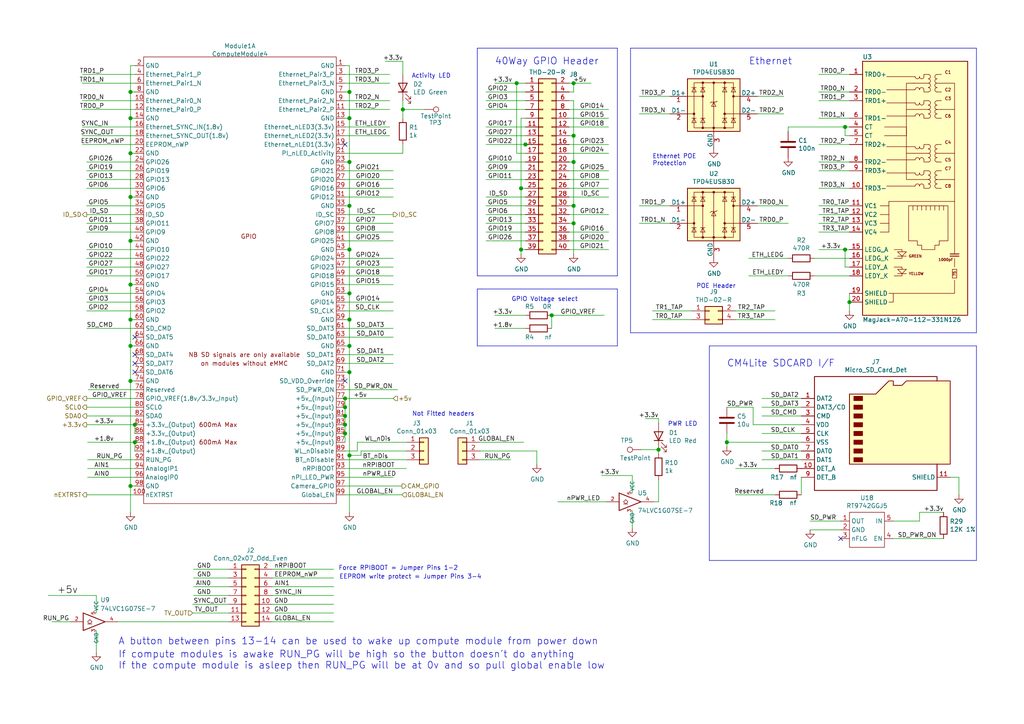
<source format=kicad_sch>
(kicad_sch (version 20230121) (generator eeschema)
  (paper "A4")
  (title_block (title "Compute Module 4 IO Board - GPIO - Ethernet") (rev "1") (company "© 2020-2022 Raspberry Pi Ltd (formerly Raspberry Pi (Trading) Ltd.)") (comment 1 "www.raspberrypi.com"))
  (lib_symbols
    (symbol "CM4IO:74LVC1G07_copy"
      (property "Reference" "U" (at -2.54 3.81 0))
      (property "Value" "74LVC1G07_copy" (at 0 -3.81 0))
      (symbol "74LVC1G07_copy_1_1"
        (pin input line (at -7.62 0 0) (length 3.81) (name "~") (number "2"))
        (pin power_in line (at 0 -2.54 270) (length 0) (name "GND") (number "3"))
        (pin open_collector line (at 6.35 0 180) (length 3.81) (name "~") (number "4"))
        (pin power_in line (at 0 2.54 90) (length 0) (name "VCC") (number "5"))
      )
    )
    (symbol "CM4IO:ComputeModule4-CM4"
      (property "Reference" "Module" (at 113.03 -68.58 0))
      (property "Value" "ComputeModule4-CM4" (at 140.97 2.54 0))
      (property "Field4" "Hirose" (at 0 0 0))
      (property "Field5" "2x DF40C-100DS-0.4V" (at 0 -2.54 0))
      (symbol "ComputeModule4-CM4_1_0"
        (text "GPIO" (at 0 6.35 0) (effects (font (size 1.27 1.27))))
      )
      (symbol "ComputeModule4-CM4_1_1"
        (text "600mA Max" (at -8.89 -53.34 0) (effects (font (size 1.27 1.27))))
        (text "600mA Max" (at -8.89 -48.26 0) (effects (font (size 1.27 1.27))))
        (text "NB SD signals are only available" (at -1.27 -27.94 0) (effects (font (size 1.27 1.27))))
        (text "on modules without eMMC" (at -1.27 -30.48 0) (effects (font (size 1.27 1.27))))
        (pin power_in line (at 27.94 55.88 180) (length 2.54) (name "GND") (number "1"))
        (pin passive line (at -33.02 45.72 0) (length 2.54) (name "Ethernet_Pair0_N") (number "10"))
        (pin output line (at -33.02 -68.58 0) (length 2.54) (name "nEXTRST") (number "100"))
        (pin passive line (at 27.94 43.18 180) (length 2.54) (name "Ethernet_Pair2_P") (number "11"))
        (pin passive line (at -33.02 43.18 0) (length 2.54) (name "Ethernet_Pair0_P") (number "12"))
        (pin power_in line (at 27.94 40.64 180) (length 2.54) (name "GND") (number "13"))
        (pin power_in line (at -33.02 40.64 0) (length 2.54) (name "GND") (number "14"))
        (pin output line (at 27.94 38.1 180) (length 2.54) (name "Ethernet_nLED3(3.3v)") (number "15"))
        (pin input line (at -33.02 38.1 0) (length 2.54) (name "Ethernet_SYNC_IN(1.8v)") (number "16"))
        (pin output line (at 27.94 35.56 180) (length 2.54) (name "Ethernet_nLED2(3.3v)") (number "17"))
        (pin input line (at -33.02 35.56 0) (length 2.54) (name "Ethernet_SYNC_OUT(1.8v)") (number "18"))
        (pin output line (at 27.94 33.02 180) (length 2.54) (name "Ethernet_nLED1(3.3v)") (number "19"))
        (pin power_in line (at -33.02 55.88 0) (length 2.54) (name "GND") (number "2"))
        (pin passive line (at -33.02 33.02 0) (length 2.54) (name "EEPROM_nWP") (number "20"))
        (pin open_collector line (at 27.94 30.48 180) (length 2.54) (name "PI_nLED_Activity") (number "21"))
        (pin power_in line (at -33.02 30.48 0) (length 2.54) (name "GND") (number "22"))
        (pin power_in line (at 27.94 27.94 180) (length 2.54) (name "GND") (number "23"))
        (pin passive line (at -33.02 27.94 0) (length 2.54) (name "GPIO26") (number "24"))
        (pin passive line (at 27.94 25.4 180) (length 2.54) (name "GPIO21") (number "25"))
        (pin passive line (at -33.02 25.4 0) (length 2.54) (name "GPIO19") (number "26"))
        (pin passive line (at 27.94 22.86 180) (length 2.54) (name "GPIO20") (number "27"))
        (pin passive line (at -33.02 22.86 0) (length 2.54) (name "GPIO13") (number "28"))
        (pin passive line (at 27.94 20.32 180) (length 2.54) (name "GPIO16") (number "29"))
        (pin passive line (at 27.94 53.34 180) (length 2.54) (name "Ethernet_Pair3_P") (number "3"))
        (pin passive line (at -33.02 20.32 0) (length 2.54) (name "GPIO6") (number "30"))
        (pin passive line (at 27.94 17.78 180) (length 2.54) (name "GPIO12") (number "31"))
        (pin power_in line (at -33.02 17.78 0) (length 2.54) (name "GND") (number "32"))
        (pin power_in line (at 27.94 15.24 180) (length 2.54) (name "GND") (number "33"))
        (pin passive line (at -33.02 15.24 0) (length 2.54) (name "GPIO5") (number "34"))
        (pin passive line (at 27.94 12.7 180) (length 2.54) (name "ID_SC") (number "35"))
        (pin passive line (at -33.02 12.7 0) (length 2.54) (name "ID_SD") (number "36"))
        (pin passive line (at 27.94 10.16 180) (length 2.54) (name "GPIO7") (number "37"))
        (pin passive line (at -33.02 10.16 0) (length 2.54) (name "GPIO11") (number "38"))
        (pin passive line (at 27.94 7.62 180) (length 2.54) (name "GPIO8") (number "39"))
        (pin passive line (at -33.02 53.34 0) (length 2.54) (name "Ethernet_Pair1_P") (number "4"))
        (pin passive line (at -33.02 7.62 0) (length 2.54) (name "GPIO9") (number "40"))
        (pin passive line (at 27.94 5.08 180) (length 2.54) (name "GPIO25") (number "41"))
        (pin power_in line (at -33.02 5.08 0) (length 2.54) (name "GND") (number "42"))
        (pin power_in line (at 27.94 2.54 180) (length 2.54) (name "GND") (number "43"))
        (pin passive line (at -33.02 2.54 0) (length 2.54) (name "GPIO10") (number "44"))
        (pin passive line (at 27.94 0 180) (length 2.54) (name "GPIO24") (number "45"))
        (pin passive line (at -33.02 0 0) (length 2.54) (name "GPIO22") (number "46"))
        (pin passive line (at 27.94 -2.54 180) (length 2.54) (name "GPIO23") (number "47"))
        (pin passive line (at -33.02 -2.54 0) (length 2.54) (name "GPIO27") (number "48"))
        (pin passive line (at 27.94 -5.08 180) (length 2.54) (name "GPIO18") (number "49"))
        (pin passive line (at 27.94 50.8 180) (length 2.54) (name "Ethernet_Pair3_N") (number "5"))
        (pin passive line (at -33.02 -5.08 0) (length 2.54) (name "GPIO17") (number "50"))
        (pin passive line (at 27.94 -7.62 180) (length 2.54) (name "GPIO15") (number "51"))
        (pin power_in line (at -33.02 -7.62 0) (length 2.54) (name "GND") (number "52"))
        (pin power_in line (at 27.94 -10.16 180) (length 2.54) (name "GND") (number "53"))
        (pin passive line (at -33.02 -10.16 0) (length 2.54) (name "GPIO4") (number "54"))
        (pin passive line (at 27.94 -12.7 180) (length 2.54) (name "GPIO14") (number "55"))
        (pin passive line (at -33.02 -12.7 0) (length 2.54) (name "GPIO3") (number "56"))
        (pin passive line (at 27.94 -15.24 180) (length 2.54) (name "SD_CLK") (number "57"))
        (pin passive line (at -33.02 -15.24 0) (length 2.54) (name "GPIO2") (number "58"))
        (pin power_in line (at 27.94 -17.78 180) (length 2.54) (name "GND") (number "59"))
        (pin passive line (at -33.02 50.8 0) (length 2.54) (name "Ethernet_Pair1_N") (number "6"))
        (pin power_in line (at -33.02 -17.78 0) (length 2.54) (name "GND") (number "60"))
        (pin passive line (at 27.94 -20.32 180) (length 2.54) (name "SD_DAT3") (number "61"))
        (pin passive line (at -33.02 -20.32 0) (length 2.54) (name "SD_CMD") (number "62"))
        (pin passive line (at 27.94 -22.86 180) (length 2.54) (name "SD_DAT0") (number "63"))
        (pin passive line (at -33.02 -22.86 0) (length 2.54) (name "SD_DAT5") (number "64"))
        (pin power_in line (at 27.94 -25.4 180) (length 2.54) (name "GND") (number "65"))
        (pin power_in line (at -33.02 -25.4 0) (length 2.54) (name "GND") (number "66"))
        (pin passive line (at 27.94 -27.94 180) (length 2.54) (name "SD_DAT1") (number "67"))
        (pin passive line (at -33.02 -27.94 0) (length 2.54) (name "SD_DAT4") (number "68"))
        (pin passive line (at 27.94 -30.48 180) (length 2.54) (name "SD_DAT2") (number "69"))
        (pin power_in line (at 27.94 48.26 180) (length 2.54) (name "GND") (number "7"))
        (pin passive line (at -33.02 -30.48 0) (length 2.54) (name "SD_DAT7") (number "70"))
        (pin power_in line (at 27.94 -33.02 180) (length 2.54) (name "GND") (number "71"))
        (pin passive line (at -33.02 -33.02 0) (length 2.54) (name "SD_DAT6") (number "72"))
        (pin input line (at 27.94 -35.56 180) (length 2.54) (name "SD_VDD_Override") (number "73"))
        (pin power_in line (at -33.02 -35.56 0) (length 2.54) (name "GND") (number "74"))
        (pin output line (at 27.94 -38.1 180) (length 2.54) (name "SD_PWR_ON") (number "75"))
        (pin passive line (at -33.02 -38.1 0) (length 2.54) (name "Reserved") (number "76"))
        (pin power_in line (at 27.94 -40.64 180) (length 2.54) (name "+5v_(Input)") (number "77"))
        (pin power_in line (at -33.02 -40.64 0) (length 2.54) (name "GPIO_VREF(1.8v/3.3v_Input)") (number "78"))
        (pin power_in line (at 27.94 -43.18 180) (length 2.54) (name "+5v_(Input)") (number "79"))
        (pin power_in line (at -33.02 48.26 0) (length 2.54) (name "GND") (number "8"))
        (pin passive line (at -33.02 -43.18 0) (length 2.54) (name "SCL0") (number "80"))
        (pin power_in line (at 27.94 -45.72 180) (length 2.54) (name "+5v_(Input)") (number "81"))
        (pin passive line (at -33.02 -45.72 0) (length 2.54) (name "SDA0") (number "82"))
        (pin power_in line (at 27.94 -48.26 180) (length 2.54) (name "+5v_(Input)") (number "83"))
        (pin power_out line (at -33.02 -48.26 0) (length 2.54) (name "+3.3v_(Output)") (number "84"))
        (pin power_in line (at 27.94 -50.8 180) (length 2.54) (name "+5v_(Input)") (number "85"))
        (pin power_out line (at -33.02 -50.8 0) (length 2.54) (name "+3.3v_(Output)") (number "86"))
        (pin power_in line (at 27.94 -53.34 180) (length 2.54) (name "+5v_(Input)") (number "87"))
        (pin power_out line (at -33.02 -53.34 0) (length 2.54) (name "+1.8v_(Output)") (number "88"))
        (pin input line (at 27.94 -55.88 180) (length 2.54) (name "WL_nDisable") (number "89"))
        (pin passive line (at 27.94 45.72 180) (length 2.54) (name "Ethernet_Pair2_N") (number "9"))
        (pin power_out line (at -33.02 -55.88 0) (length 2.54) (name "+1.8v_(Output)") (number "90"))
        (pin input line (at 27.94 -58.42 180) (length 2.54) (name "BT_nDisable") (number "91"))
        (pin passive line (at -33.02 -58.42 0) (length 2.54) (name "RUN_PG") (number "92"))
        (pin input line (at 27.94 -60.96 180) (length 2.54) (name "nRPIBOOT") (number "93"))
        (pin passive line (at -33.02 -60.96 0) (length 2.54) (name "AnalogIP1") (number "94"))
        (pin output line (at 27.94 -63.5 180) (length 2.54) (name "nPI_LED_PWR") (number "95"))
        (pin passive line (at -33.02 -63.5 0) (length 2.54) (name "AnalogIP0") (number "96"))
        (pin passive line (at 27.94 -66.04 180) (length 2.54) (name "Camera_GPIO") (number "97"))
        (pin power_in line (at -33.02 -66.04 0) (length 2.54) (name "GND") (number "98"))
        (pin input line (at 27.94 -68.58 180) (length 2.54) (name "Global_EN") (number "99"))
      )
      (symbol "ComputeModule4-CM4_2_1"
        (text "High Speed Serial" (at 140.97 0 0) (effects (font (size 1.27 1.27))))
        (pin input line (at 170.18 60.96 180) (length 5.08) (name "USB_OTG_ID") (number "101"))
        (pin input line (at 109.22 60.96 0) (length 5.08) (name "PCIe_CLK_nREQ") (number "102"))
        (pin passive line (at 170.18 58.42 180) (length 5.08) (name "USB2_N") (number "103"))
        (pin passive line (at 109.22 58.42 0) (length 5.08) (name "Reserved") (number "104"))
        (pin passive line (at 170.18 55.88 180) (length 5.08) (name "USB2_P") (number "105"))
        (pin passive line (at 109.22 55.88 0) (length 5.08) (name "Reserved") (number "106"))
        (pin power_in line (at 170.18 53.34 180) (length 5.08) (name "GND") (number "107"))
        (pin power_in line (at 109.22 53.34 0) (length 5.08) (name "GND") (number "108"))
        (pin bidirectional line (at 170.18 50.8 180) (length 5.08) (name "PCIe_nRST") (number "109"))
        (pin output line (at 109.22 50.8 0) (length 5.08) (name "PCIe_CLK_P") (number "110"))
        (pin passive line (at 170.18 48.26 180) (length 5.08) (name "VDAC_COMP") (number "111"))
        (pin output line (at 109.22 48.26 0) (length 5.08) (name "PCIe_CLK_N") (number "112"))
        (pin power_in line (at 170.18 45.72 180) (length 5.08) (name "GND") (number "113"))
        (pin power_in line (at 109.22 45.72 0) (length 5.08) (name "GND") (number "114"))
        (pin input line (at 170.18 43.18 180) (length 5.08) (name "CAM1_D0_N") (number "115"))
        (pin input line (at 109.22 43.18 0) (length 5.08) (name "PCIe_RX_P") (number "116"))
        (pin input line (at 170.18 40.64 180) (length 5.08) (name "CAM1_D0_P") (number "117"))
        (pin input line (at 109.22 40.64 0) (length 5.08) (name "PCIe_RX_N") (number "118"))
        (pin power_in line (at 170.18 38.1 180) (length 5.08) (name "GND") (number "119"))
        (pin power_in line (at 109.22 38.1 0) (length 5.08) (name "GND") (number "120"))
        (pin input line (at 170.18 35.56 180) (length 5.08) (name "CAM1_D1_N") (number "121"))
        (pin output line (at 109.22 35.56 0) (length 5.08) (name "PCIe_TX_P") (number "122"))
        (pin input line (at 170.18 33.02 180) (length 5.08) (name "CAM1_D1_P") (number "123"))
        (pin output line (at 109.22 33.02 0) (length 5.08) (name "PCIe_TX_N") (number "124"))
        (pin power_in line (at 170.18 30.48 180) (length 5.08) (name "GND") (number "125"))
        (pin power_in line (at 109.22 30.48 0) (length 5.08) (name "GND") (number "126"))
        (pin input line (at 170.18 27.94 180) (length 5.08) (name "CAM1_C_N") (number "127"))
        (pin input line (at 109.22 27.94 0) (length 5.08) (name "CAM0_D0_N") (number "128"))
        (pin input line (at 170.18 25.4 180) (length 5.08) (name "CAM1_C_P") (number "129"))
        (pin input line (at 109.22 25.4 0) (length 5.08) (name "CAM0_D0_P") (number "130"))
        (pin power_in line (at 170.18 22.86 180) (length 5.08) (name "GND") (number "131"))
        (pin power_in line (at 109.22 22.86 0) (length 5.08) (name "GND") (number "132"))
        (pin input line (at 170.18 20.32 180) (length 5.08) (name "CAM1_D2_N") (number "133"))
        (pin input line (at 109.22 20.32 0) (length 5.08) (name "CAM0_D1_N") (number "134"))
        (pin input line (at 170.18 17.78 180) (length 5.08) (name "CAM1_D2_P") (number "135"))
        (pin input line (at 109.22 17.78 0) (length 5.08) (name "CAM0_D1_P") (number "136"))
        (pin power_in line (at 170.18 15.24 180) (length 5.08) (name "GND") (number "137"))
        (pin power_in line (at 109.22 15.24 0) (length 5.08) (name "GND") (number "138"))
        (pin input line (at 170.18 12.7 180) (length 5.08) (name "CAM1_D3_N") (number "139"))
        (pin input line (at 109.22 12.7 0) (length 5.08) (name "CAM0_C_N") (number "140"))
        (pin input line (at 170.18 10.16 180) (length 5.08) (name "CAM1_D3_P") (number "141"))
        (pin input line (at 109.22 10.16 0) (length 5.08) (name "CAM0_C_P") (number "142"))
        (pin input line (at 170.18 7.62 180) (length 5.08) (name "HDMI1_HOTPLUG") (number "143"))
        (pin power_in line (at 109.22 7.62 0) (length 5.08) (name "GND") (number "144"))
        (pin bidirectional line (at 170.18 5.08 180) (length 5.08) (name "HDMI1_SDA") (number "145"))
        (pin output line (at 109.22 5.08 0) (length 5.08) (name "HDMI1_TX2_P") (number "146"))
        (pin open_collector line (at 170.18 2.54 180) (length 5.08) (name "HDMI1_SCL") (number "147"))
        (pin output line (at 109.22 2.54 0) (length 5.08) (name "HDMI1_TX2_N") (number "148"))
        (pin open_collector line (at 170.18 0 180) (length 5.08) (name "HDMI1_CEC") (number "149"))
        (pin power_in line (at 109.22 0 0) (length 5.08) (name "GND") (number "150"))
        (pin open_collector line (at 170.18 -2.54 180) (length 5.08) (name "HDMI0_CEC") (number "151"))
        (pin output line (at 109.22 -2.54 0) (length 5.08) (name "HDMI1_TX1_P") (number "152"))
        (pin input line (at 170.18 -5.08 180) (length 5.08) (name "HDMI0_HOTPLUG") (number "153"))
        (pin output line (at 109.22 -5.08 0) (length 5.08) (name "HDMI1_TX1_N") (number "154"))
        (pin power_in line (at 170.18 -7.62 180) (length 5.08) (name "GND") (number "155"))
        (pin power_in line (at 109.22 -7.62 0) (length 5.08) (name "GND") (number "156"))
        (pin output line (at 170.18 -10.16 180) (length 5.08) (name "DSI0_D0_N") (number "157"))
        (pin output line (at 109.22 -10.16 0) (length 5.08) (name "HDMI1_TX0_P") (number "158"))
        (pin output line (at 170.18 -12.7 180) (length 5.08) (name "DSI0_D0_P") (number "159"))
        (pin output line (at 109.22 -12.7 0) (length 5.08) (name "HDMI1_TX0_N") (number "160"))
        (pin power_in line (at 170.18 -15.24 180) (length 5.08) (name "GND") (number "161"))
        (pin power_in line (at 109.22 -15.24 0) (length 5.08) (name "GND") (number "162"))
        (pin output line (at 170.18 -17.78 180) (length 5.08) (name "DSI0_D1_N") (number "163"))
        (pin output line (at 109.22 -17.78 0) (length 5.08) (name "HDMI1_CLK_P") (number "164"))
        (pin output line (at 170.18 -20.32 180) (length 5.08) (name "DSI0_D1_P") (number "165"))
        (pin output line (at 109.22 -20.32 0) (length 5.08) (name "HDMI1_CLK_N") (number "166"))
        (pin power_in line (at 170.18 -22.86 180) (length 5.08) (name "GND") (number "167"))
        (pin power_in line (at 109.22 -22.86 0) (length 5.08) (name "GND") (number "168"))
        (pin output line (at 170.18 -25.4 180) (length 5.08) (name "DSI0_C_N") (number "169"))
        (pin output line (at 109.22 -25.4 0) (length 5.08) (name "HDMI0_TX2_P") (number "170"))
        (pin output line (at 170.18 -27.94 180) (length 5.08) (name "DSI0_C_P") (number "171"))
        (pin output line (at 109.22 -27.94 0) (length 5.08) (name "HDMI0_TX2_N") (number "172"))
        (pin power_in line (at 170.18 -30.48 180) (length 5.08) (name "GND") (number "173"))
        (pin power_in line (at 109.22 -30.48 0) (length 5.08) (name "GND") (number "174"))
        (pin output line (at 170.18 -33.02 180) (length 5.08) (name "DSI1_D0_N") (number "175"))
        (pin output line (at 109.22 -33.02 0) (length 5.08) (name "HDMI0_TX1_P") (number "176"))
        (pin output line (at 170.18 -35.56 180) (length 5.08) (name "DSI1_D0_P") (number "177"))
        (pin output line (at 109.22 -35.56 0) (length 5.08) (name "HDMI0_TX1_N") (number "178"))
        (pin power_in line (at 170.18 -38.1 180) (length 5.08) (name "GND") (number "179"))
        (pin power_in line (at 109.22 -38.1 0) (length 5.08) (name "GND") (number "180"))
        (pin output line (at 170.18 -40.64 180) (length 5.08) (name "DSI1_D1_N") (number "181"))
        (pin output line (at 109.22 -40.64 0) (length 5.08) (name "HDMI0_TX0_P") (number "182"))
        (pin output line (at 170.18 -43.18 180) (length 5.08) (name "DSI1_D1_P") (number "183"))
        (pin output line (at 109.22 -43.18 0) (length 5.08) (name "HDMI0_TX0_N") (number "184"))
        (pin power_in line (at 170.18 -45.72 180) (length 5.08) (name "GND") (number "185"))
        (pin power_in line (at 109.22 -45.72 0) (length 5.08) (name "GND") (number "186"))
        (pin output line (at 170.18 -48.26 180) (length 5.08) (name "DSI1_C_N") (number "187"))
        (pin output line (at 109.22 -48.26 0) (length 5.08) (name "HDMI0_CLK_P") (number "188"))
        (pin output line (at 170.18 -50.8 180) (length 5.08) (name "DSI1_C_P") (number "189"))
        (pin output line (at 109.22 -50.8 0) (length 5.08) (name "HDMI0_CLK_N") (number "190"))
        (pin power_in line (at 170.18 -53.34 180) (length 5.08) (name "GND") (number "191"))
        (pin power_in line (at 109.22 -53.34 0) (length 5.08) (name "GND") (number "192"))
        (pin output line (at 170.18 -55.88 180) (length 5.08) (name "DSI1_D2_N") (number "193"))
        (pin output line (at 109.22 -55.88 0) (length 5.08) (name "DSI1_D3_N") (number "194"))
        (pin output line (at 170.18 -58.42 180) (length 5.08) (name "DSI1_D2_P") (number "195"))
        (pin output line (at 109.22 -58.42 0) (length 5.08) (name "DSI1_D3_P") (number "196"))
        (pin power_in line (at 170.18 -60.96 180) (length 5.08) (name "GND") (number "197"))
        (pin power_in line (at 109.22 -60.96 0) (length 5.08) (name "GND") (number "198"))
        (pin bidirectional line (at 170.18 -63.5 180) (length 5.08) (name "HDMI0_SDA") (number "199"))
        (pin open_collector line (at 109.22 -63.5 0) (length 5.08) (name "HDMI0_SCL") (number "200"))
      )
    )
    (symbol "CM4IO:MagJack-A70-112-331N126"
      (property "Reference" "U" (at 0 0 0))
      (property "Value" "MagJack-A70-112-331N126" (at 0 0 0))
      (symbol "MagJack-A70-112-331N126_1_1"
        (text "1000pF" (at 6.35 17.399 0) (effects (font (size 0.762 0.762))))
        (text "75" (at 8.89 13.335 900) (effects (font (size 0.762 0.762))))
        (text "C1" (at 6.985 71.755 0) (effects (font (size 0.889 0.889))))
        (text "C2" (at 6.985 66.675 0) (effects (font (size 0.889 0.889))))
        (text "C3" (at 6.985 64.135 0) (effects (font (size 0.889 0.889))))
        (text "C4" (at 6.985 51.435 0) (effects (font (size 0.889 0.889))))
        (text "C5" (at 6.985 46.355 0) (effects (font (size 0.889 0.889))))
        (text "C6" (at 6.985 59.055 0) (effects (font (size 0.889 0.889))))
        (text "C7" (at 6.985 43.815 0) (effects (font (size 0.889 0.889))))
        (text "C8" (at 6.985 38.735 0) (effects (font (size 0.889 0.889))))
        (text "GREEN" (at -4.445 18.415 0) (effects (font (size 0.762 0.762)) (justify left)))
        (text "YELLOW" (at -4.445 13.335 0) (effects (font (size 0.762 0.762)) (justify left)))
        (pin passive line (at -21.59 71.12 0) (length 3.81) (name "TRD0+") (number "1"))
        (pin passive line (at -21.59 38.1 0) (length 3.81) (name "TRD3-") (number "10"))
        (pin passive line (at -21.59 33.02 0) (length 3.81) (name "VC1") (number "11"))
        (pin passive line (at -21.59 30.48 0) (length 3.81) (name "VC2") (number "12"))
        (pin passive line (at -21.59 27.94 0) (length 3.81) (name "VC3") (number "13"))
        (pin passive line (at -21.59 25.4 0) (length 3.81) (name "VC4") (number "14"))
        (pin passive line (at -21.59 20.32 0) (length 3.81) (name "LEDG_A") (number "15"))
        (pin passive line (at -21.59 17.78 0) (length 3.81) (name "LEDG_K") (number "16"))
        (pin passive line (at -21.59 15.24 0) (length 3.81) (name "LEDY_A") (number "17"))
        (pin passive line (at -21.59 12.7 0) (length 3.81) (name "LEDY_K") (number "18"))
        (pin passive line (at -21.59 7.62 0) (length 3.81) (name "SHIELD") (number "19"))
        (pin passive line (at -21.59 66.04 0) (length 3.81) (name "TRD0-") (number "2"))
        (pin passive line (at -21.59 5.08 0) (length 3.81) (name "SHIELD") (number "20"))
        (pin passive line (at -21.59 63.5 0) (length 3.81) (name "TRD1+") (number "3"))
        (pin passive line (at -21.59 55.88 0) (length 3.81) (name "CT") (number "4"))
        (pin passive line (at -21.59 53.34 0) (length 3.81) (name "CT") (number "5"))
        (pin passive line (at -21.59 58.42 0) (length 3.81) (name "TRD1-") (number "6"))
        (pin passive line (at -21.59 50.8 0) (length 3.81) (name "TRD2+") (number "7"))
        (pin passive line (at -21.59 45.72 0) (length 3.81) (name "TRD2-") (number "8"))
        (pin passive line (at -21.59 43.18 0) (length 3.81) (name "TRD3+") (number "9"))
      )
    )
    (symbol "CM4IO:RT9742GGJ5"
      (property "Reference" "U" (at 0 0 0))
      (property "Value" "RT9742GGJ5" (at 0 0 0))
      (symbol "RT9742GGJ5_0_0"
        (pin power_out line (at -8.89 10.16 0) (length 2.54) (name "OUT") (number "1"))
        (pin power_in line (at -8.89 7.62 0) (length 2.54) (name "GND") (number "2"))
        (pin open_collector line (at -8.89 5.08 0) (length 2.54) (name "nFLG") (number "3"))
        (pin input line (at 6.35 5.08 180) (length 2.54) (name "EN") (number "4"))
        (pin power_in line (at 6.35 10.16 180) (length 2.54) (name "IN") (number "5"))
      )
    )
    (symbol "CM4IO:TPD4EUSB30" (pin_names (offset 0))
      (property "Reference" "U" (at -0.635 8.89 0))
      (property "Value" "TPD4EUSB30" (at 8.89 -10.16 0))
      (symbol "TPD4EUSB30_1_1"
        (pin passive line (at -12.7 2.54 0) (length 5.08) (name "D1+") (number "1"))
        (pin passive line (at -12.7 2.54 0) (length 5.08) hide (name "~") (number "10"))
        (pin passive line (at -12.7 -2.54 0) (length 5.08) (name "D1-") (number "2"))
        (pin power_in line (at 0 -12.7 90) (length 5.08) (name "GND") (number "3"))
        (pin passive line (at 12.7 2.54 180) (length 5.08) (name "D2+") (number "4"))
        (pin passive line (at 12.7 -2.54 180) (length 5.08) (name "D2-") (number "5"))
        (pin passive line (at 12.7 -2.54 180) (length 5.08) hide (name "~") (number "6"))
        (pin passive line (at 12.7 2.54 180) (length 5.08) hide (name "~") (number "7"))
        (pin passive line (at 0 -12.7 90) (length 5.08) hide (name "GND") (number "8"))
        (pin passive line (at -12.7 -2.54 0) (length 5.08) hide (name "~") (number "9"))
      )
    )
    (symbol "Connector:Micro_SD_Card_Det"
      (property "Reference" "J" (at -16.51 17.78 0))
      (property "Value" "Micro_SD_Card_Det" (at 16.51 17.78 0))
      (symbol "Micro_SD_Card_Det_1_1"
        (pin bidirectional line (at -22.86 10.16 0) (length 3.81) (name "DAT2") (number "1"))
        (pin passive line (at -22.86 -10.16 0) (length 3.81) (name "DET_A") (number "10"))
        (pin passive line (at 20.32 -12.7 180) (length 3.81) (name "SHIELD") (number "11"))
        (pin bidirectional line (at -22.86 7.62 0) (length 3.81) (name "DAT3/CD") (number "2"))
        (pin input line (at -22.86 5.08 0) (length 3.81) (name "CMD") (number "3"))
        (pin power_in line (at -22.86 2.54 0) (length 3.81) (name "VDD") (number "4"))
        (pin input line (at -22.86 0 0) (length 3.81) (name "CLK") (number "5"))
        (pin power_in line (at -22.86 -2.54 0) (length 3.81) (name "VSS") (number "6"))
        (pin bidirectional line (at -22.86 -5.08 0) (length 3.81) (name "DAT0") (number "7"))
        (pin bidirectional line (at -22.86 -7.62 0) (length 3.81) (name "DAT1") (number "8"))
        (pin passive line (at -22.86 -12.7 0) (length 3.81) (name "DET_B") (number "9"))
      )
    )
    (symbol "Connector:TestPoint" (pin_numbers hide) (pin_names (offset 0.762) hide)
      (property "Reference" "TP" (at 0 6.858 0))
      (property "Value" "TestPoint" (at 0 5.08 0))
      (symbol "TestPoint_1_1"
        (pin passive line (at 0 0 90) (length 2.54) (name "1") (number "1"))
      )
    )
    (symbol "Connector_Generic:Conn_01x03" (pin_names hide)
      (property "Reference" "J" (at 0 5.08 0))
      (property "Value" "Conn_01x03" (at 0 -5.08 0))
      (symbol "Conn_01x03_1_1"
        (pin passive line (at -5.08 2.54 0) (length 3.81) (name "Pin_1") (number "1"))
        (pin passive line (at -5.08 0 0) (length 3.81) (name "Pin_2") (number "2"))
        (pin passive line (at -5.08 -2.54 0) (length 3.81) (name "Pin_3") (number "3"))
      )
    )
    (symbol "Connector_Generic:Conn_02x02_Odd_Even" (pin_names hide)
      (property "Reference" "J" (at 1.27 2.54 0))
      (property "Value" "Conn_02x02_Odd_Even" (at 1.27 -5.08 0))
      (symbol "Conn_02x02_Odd_Even_1_1"
        (pin passive line (at -5.08 0 0) (length 3.81) (name "Pin_1") (number "1"))
        (pin passive line (at 7.62 0 180) (length 3.81) (name "Pin_2") (number "2"))
        (pin passive line (at -5.08 -2.54 0) (length 3.81) (name "Pin_3") (number "3"))
        (pin passive line (at 7.62 -2.54 180) (length 3.81) (name "Pin_4") (number "4"))
      )
    )
    (symbol "Connector_Generic:Conn_02x07_Odd_Even" (pin_names hide)
      (property "Reference" "J" (at 1.27 10.16 0))
      (property "Value" "Conn_02x07_Odd_Even" (at 1.27 -10.16 0))
      (symbol "Conn_02x07_Odd_Even_1_1"
        (pin passive line (at -5.08 7.62 0) (length 3.81) (name "Pin_1") (number "1"))
        (pin passive line (at 7.62 -2.54 180) (length 3.81) (name "Pin_10") (number "10"))
        (pin passive line (at -5.08 -5.08 0) (length 3.81) (name "Pin_11") (number "11"))
        (pin passive line (at 7.62 -5.08 180) (length 3.81) (name "Pin_12") (number "12"))
        (pin passive line (at -5.08 -7.62 0) (length 3.81) (name "Pin_13") (number "13"))
        (pin passive line (at 7.62 -7.62 180) (length 3.81) (name "Pin_14") (number "14"))
        (pin passive line (at 7.62 7.62 180) (length 3.81) (name "Pin_2") (number "2"))
        (pin passive line (at -5.08 5.08 0) (length 3.81) (name "Pin_3") (number "3"))
        (pin passive line (at 7.62 5.08 180) (length 3.81) (name "Pin_4") (number "4"))
        (pin passive line (at -5.08 2.54 0) (length 3.81) (name "Pin_5") (number "5"))
        (pin passive line (at 7.62 2.54 180) (length 3.81) (name "Pin_6") (number "6"))
        (pin passive line (at -5.08 0 0) (length 3.81) (name "Pin_7") (number "7"))
        (pin passive line (at 7.62 0 180) (length 3.81) (name "Pin_8") (number "8"))
        (pin passive line (at -5.08 -2.54 0) (length 3.81) (name "Pin_9") (number "9"))
      )
    )
    (symbol "Connector_Generic:Conn_02x20_Odd_Even" (pin_names hide)
      (property "Reference" "J" (at 1.27 25.4 0))
      (property "Value" "Conn_02x20_Odd_Even" (at 1.27 -27.94 0))
      (symbol "Conn_02x20_Odd_Even_1_1"
        (pin passive line (at -5.08 22.86 0) (length 3.81) (name "Pin_1") (number "1"))
        (pin passive line (at 7.62 12.7 180) (length 3.81) (name "Pin_10") (number "10"))
        (pin passive line (at -5.08 10.16 0) (length 3.81) (name "Pin_11") (number "11"))
        (pin passive line (at 7.62 10.16 180) (length 3.81) (name "Pin_12") (number "12"))
        (pin passive line (at -5.08 7.62 0) (length 3.81) (name "Pin_13") (number "13"))
        (pin passive line (at 7.62 7.62 180) (length 3.81) (name "Pin_14") (number "14"))
        (pin passive line (at -5.08 5.08 0) (length 3.81) (name "Pin_15") (number "15"))
        (pin passive line (at 7.62 5.08 180) (length 3.81) (name "Pin_16") (number "16"))
        (pin passive line (at -5.08 2.54 0) (length 3.81) (name "Pin_17") (number "17"))
        (pin passive line (at 7.62 2.54 180) (length 3.81) (name "Pin_18") (number "18"))
        (pin passive line (at -5.08 0 0) (length 3.81) (name "Pin_19") (number "19"))
        (pin passive line (at 7.62 22.86 180) (length 3.81) (name "Pin_2") (number "2"))
        (pin passive line (at 7.62 0 180) (length 3.81) (name "Pin_20") (number "20"))
        (pin passive line (at -5.08 -2.54 0) (length 3.81) (name "Pin_21") (number "21"))
        (pin passive line (at 7.62 -2.54 180) (length 3.81) (name "Pin_22") (number "22"))
        (pin passive line (at -5.08 -5.08 0) (length 3.81) (name "Pin_23") (number "23"))
        (pin passive line (at 7.62 -5.08 180) (length 3.81) (name "Pin_24") (number "24"))
        (pin passive line (at -5.08 -7.62 0) (length 3.81) (name "Pin_25") (number "25"))
        (pin passive line (at 7.62 -7.62 180) (length 3.81) (name "Pin_26") (number "26"))
        (pin passive line (at -5.08 -10.16 0) (length 3.81) (name "Pin_27") (number "27"))
        (pin passive line (at 7.62 -10.16 180) (length 3.81) (name "Pin_28") (number "28"))
        (pin passive line (at -5.08 -12.7 0) (length 3.81) (name "Pin_29") (number "29"))
        (pin passive line (at -5.08 20.32 0) (length 3.81) (name "Pin_3") (number "3"))
        (pin passive line (at 7.62 -12.7 180) (length 3.81) (name "Pin_30") (number "30"))
        (pin passive line (at -5.08 -15.24 0) (length 3.81) (name "Pin_31") (number "31"))
        (pin passive line (at 7.62 -15.24 180) (length 3.81) (name "Pin_32") (number "32"))
        (pin passive line (at -5.08 -17.78 0) (length 3.81) (name "Pin_33") (number "33"))
        (pin passive line (at 7.62 -17.78 180) (length 3.81) (name "Pin_34") (number "34"))
        (pin passive line (at -5.08 -20.32 0) (length 3.81) (name "Pin_35") (number "35"))
        (pin passive line (at 7.62 -20.32 180) (length 3.81) (name "Pin_36") (number "36"))
        (pin passive line (at -5.08 -22.86 0) (length 3.81) (name "Pin_37") (number "37"))
        (pin passive line (at 7.62 -22.86 180) (length 3.81) (name "Pin_38") (number "38"))
        (pin passive line (at -5.08 -25.4 0) (length 3.81) (name "Pin_39") (number "39"))
        (pin passive line (at 7.62 20.32 180) (length 3.81) (name "Pin_4") (number "4"))
        (pin passive line (at 7.62 -25.4 180) (length 3.81) (name "Pin_40") (number "40"))
        (pin passive line (at -5.08 17.78 0) (length 3.81) (name "Pin_5") (number "5"))
        (pin passive line (at 7.62 17.78 180) (length 3.81) (name "Pin_6") (number "6"))
        (pin passive line (at -5.08 15.24 0) (length 3.81) (name "Pin_7") (number "7"))
        (pin passive line (at 7.62 15.24 180) (length 3.81) (name "Pin_8") (number "8"))
        (pin passive line (at -5.08 12.7 0) (length 3.81) (name "Pin_9") (number "9"))
      )
    )
    (symbol "Device:C" (pin_numbers hide) (pin_names (offset 0.254))
      (property "Reference" "C" (at 0.635 2.54 0))
      (property "Value" "C" (at 0.635 -2.54 0))
      (symbol "C_1_1"
        (pin passive line (at 0 3.81 270) (length 2.794) (name "~") (number "1"))
        (pin passive line (at 0 -3.81 90) (length 2.794) (name "~") (number "2"))
      )
    )
    (symbol "Device:LED" (pin_numbers hide) (pin_names hide)
      (property "Reference" "D" (at 0 2.54 0))
      (property "Value" "LED" (at 0 -2.54 0))
      (symbol "LED_1_1"
        (pin passive line (at -3.81 0 0) (length 2.54) (name "K") (number "1"))
        (pin passive line (at 3.81 0 180) (length 2.54) (name "A") (number "2"))
      )
    )
    (symbol "Device:R" (pin_numbers hide) (pin_names (offset 0))
      (property "Reference" "R" (at 2.032 0 90))
      (property "Value" "R" (at 0 0 90))
      (symbol "R_1_1"
        (pin passive line (at 0 3.81 270) (length 1.27) (name "~") (number "1"))
        (pin passive line (at 0 -3.81 90) (length 1.27) (name "~") (number "2"))
      )
    )
    (symbol "power:GND" (power) (pin_names (offset 0))
      (property "Value" "GND" (at 0 -3.81 0))
      (symbol "GND_1_1"
        (pin power_in line (at 0 0 270) (length 0) hide (name "GND") (number "1"))
      )
    )
  )
  (junction (at 37.846 92.71) (diameter 1.016))
  (junction (at 101.346 132.08) (diameter 1.016))
  (junction (at 166.37 39.37) (diameter 1.016))
  (junction (at 101.346 59.69) (diameter 1.016))
  (junction (at 151.13 54.61) (diameter 1.016))
  (junction (at 166.37 24.13) (diameter 1.016))
  (junction (at 101.346 46.99) (diameter 1.016))
  (junction (at 160.02 91.44) (diameter 1.016))
  (junction (at 101.346 72.39) (diameter 1.016))
  (junction (at 246.38 87.63) (diameter 1.016))
  (junction (at 101.346 26.67) (diameter 1.016))
  (junction (at 245.11 36.83) (diameter 1.016))
  (junction (at 151.13 72.39) (diameter 1.016))
  (junction (at 100.076 125.73) (diameter 1.016))
  (junction (at 101.346 85.09) (diameter 1.016))
  (junction (at 166.37 64.77) (diameter 1.016))
  (junction (at 37.846 69.85) (diameter 1.016))
  (junction (at 37.846 26.67) (diameter 1.016))
  (junction (at 100.076 120.65) (diameter 1.016))
  (junction (at 245.11 72.39) (diameter 1.016))
  (junction (at 37.846 100.33) (diameter 1.016))
  (junction (at 37.846 44.45) (diameter 1.016))
  (junction (at 39.116 123.19) (diameter 1.016))
  (junction (at 116.84 31.75) (diameter 1.016))
  (junction (at 101.346 107.95) (diameter 1.016))
  (junction (at 101.346 34.29) (diameter 1.016))
  (junction (at 149.86 24.13) (diameter 1.016))
  (junction (at 166.37 46.99) (diameter 1.016))
  (junction (at 191.008 130.429) (diameter 1.016))
  (junction (at 210.82 128.27) (diameter 1.016))
  (junction (at 101.346 92.71) (diameter 1.016))
  (junction (at 100.076 115.57) (diameter 1.016))
  (junction (at 100.076 123.19) (diameter 1.016))
  (junction (at 101.346 100.33) (diameter 1.016))
  (junction (at 37.846 82.55) (diameter 1.016))
  (junction (at 166.37 59.69) (diameter 1.016))
  (junction (at 39.116 128.27) (diameter 1.016))
  (junction (at 37.846 110.49) (diameter 1.016))
  (junction (at 37.846 34.29) (diameter 1.016))
  (junction (at 37.846 57.15) (diameter 1.016))
  (junction (at 37.846 140.97) (diameter 1.016))
  (junction (at 152.4 41.91) (diameter 1.016))
  (junction (at 100.076 118.11) (diameter 1.016))
  (no_connect (at 243.84 156.21))
  (no_connect (at 100.076 110.49))
  (no_connect (at 39.116 97.79))
  (no_connect (at 100.076 41.91))
  (no_connect (at 39.116 107.95))
  (no_connect (at 39.116 105.41))
  (no_connect (at 39.116 102.87))
  (wire (pts (xy 25.146 118.11) (xy 39.116 118.11)))
  (wire (pts (xy 23.876 36.83) (xy 39.116 36.83)))
  (wire (pts (xy 37.846 57.15) (xy 39.116 57.15)))
  (wire (pts (xy 78.994 175.26) (xy 96.774 175.26)))
  (wire (pts (xy 166.37 64.77) (xy 166.37 73.66)))
  (wire (pts (xy 100.076 44.45) (xy 116.84 44.45)))
  (wire (pts (xy 140.97 39.37) (xy 152.4 39.37)))
  (wire (pts (xy 237.49 21.59) (xy 246.38 21.59)))
  (wire (pts (xy 166.37 29.21) (xy 166.37 39.37)))
  (wire (pts (xy 78.994 170.18) (xy 96.774 170.18)))
  (wire (pts (xy 56.134 167.64) (xy 66.294 167.64)))
  (wire (pts (xy 101.346 132.08) (xy 101.346 148.59)))
  (wire (pts (xy 100.076 21.59) (xy 113.03 21.59)))
  (polyline (pts (xy 179.07 100.33) (xy 139.7 100.33)) (stroke (width 0) (type solid)))
  (wire (pts (xy 237.49 34.29) (xy 246.38 34.29)))
  (wire (pts (xy 245.11 72.39) (xy 246.38 72.39)))
  (wire (pts (xy 101.346 46.99) (xy 101.346 59.69)))
  (wire (pts (xy 37.846 44.45) (xy 37.846 57.15)))
  (polyline (pts (xy 283.21 13.97) (xy 283.21 96.52)) (stroke (width 0) (type solid)))
  (wire (pts (xy 140.97 52.07) (xy 152.4 52.07)))
  (wire (pts (xy 100.076 85.09) (xy 101.346 85.09)))
  (wire (pts (xy 56.134 170.18) (xy 66.294 170.18)))
  (wire (pts (xy 143.51 95.25) (xy 152.4 95.25)))
  (wire (pts (xy 25.146 90.17) (xy 39.116 90.17)))
  (wire (pts (xy 140.97 64.77) (xy 152.4 64.77)))
  (polyline (pts (xy 139.7 83.82) (xy 138.43 83.82)) (stroke (width 0) (type solid)))
  (wire (pts (xy 183.388 137.922) (xy 174.498 137.922)))
  (wire (pts (xy 166.37 64.77) (xy 166.37 59.69)))
  (wire (pts (xy 27.94 172.72) (xy 27.94 177.8)))
  (wire (pts (xy 25.4 138.43) (xy 39.116 138.43)))
  (wire (pts (xy 100.076 80.01) (xy 114.046 80.01)))
  (wire (pts (xy 228.6 38.1) (xy 228.6 36.83)))
  (wire (pts (xy 103.632 128.27) (xy 117.856 128.27)))
  (wire (pts (xy 100.076 34.29) (xy 101.346 34.29)))
  (wire (pts (xy 140.97 31.75) (xy 152.4 31.75)))
  (polyline (pts (xy 205.74 162.56) (xy 205.74 100.33)) (stroke (width 0) (type solid)))
  (wire (pts (xy 139.192 133.35) (xy 148.082 133.35)))
  (wire (pts (xy 25.146 115.57) (xy 39.116 115.57)))
  (wire (pts (xy 100.076 52.07) (xy 114.046 52.07)))
  (wire (pts (xy 140.97 62.23) (xy 152.4 62.23)))
  (wire (pts (xy 101.346 85.09) (xy 101.346 92.71)))
  (wire (pts (xy 166.37 46.99) (xy 165.1 46.99)))
  (wire (pts (xy 37.846 19.05) (xy 37.846 26.67)))
  (wire (pts (xy 100.076 36.83) (xy 113.03 36.83)))
  (wire (pts (xy 25.146 59.69) (xy 39.116 59.69)))
  (wire (pts (xy 166.37 39.37) (xy 165.1 39.37)))
  (wire (pts (xy 100.076 87.63) (xy 114.046 87.63)))
  (wire (pts (xy 56.134 172.72) (xy 66.294 172.72)))
  (wire (pts (xy 100.076 133.35) (xy 117.856 133.35)))
  (wire (pts (xy 78.994 172.72) (xy 96.774 172.72)))
  (wire (pts (xy 37.846 69.85) (xy 39.116 69.85)))
  (wire (pts (xy 100.076 19.05) (xy 101.346 19.05)))
  (wire (pts (xy 140.97 29.21) (xy 152.4 29.21)))
  (wire (pts (xy 25.4 133.35) (xy 39.116 133.35)))
  (wire (pts (xy 100.076 67.31) (xy 114.046 67.31)))
  (wire (pts (xy 100.076 107.95) (xy 101.346 107.95)))
  (wire (pts (xy 236.22 74.93) (xy 246.38 74.93)))
  (wire (pts (xy 23.876 39.37) (xy 39.116 39.37)))
  (wire (pts (xy 237.49 59.69) (xy 246.38 59.69)))
  (wire (pts (xy 100.076 140.97) (xy 116.586 140.97)))
  (polyline (pts (xy 179.07 13.97) (xy 138.43 13.97)) (stroke (width 0) (type solid)))
  (wire (pts (xy 213.36 135.89) (xy 224.79 135.89)))
  (wire (pts (xy 100.076 46.99) (xy 101.346 46.99)))
  (wire (pts (xy 100.076 138.43) (xy 114.046 138.43)))
  (wire (pts (xy 101.346 132.08) (xy 104.7242 132.08)))
  (wire (pts (xy 100.076 26.67) (xy 101.346 26.67)))
  (wire (pts (xy 236.22 80.01) (xy 246.38 80.01)))
  (wire (pts (xy 143.51 24.13) (xy 149.86 24.13)))
  (wire (pts (xy 165.1 24.13) (xy 166.37 24.13)))
  (wire (pts (xy 266.7 148.59) (xy 266.7 151.13)))
  (wire (pts (xy 100.076 24.13) (xy 113.03 24.13)))
  (wire (pts (xy 39.116 19.05) (xy 37.846 19.05)))
  (wire (pts (xy 191.008 121.412) (xy 187.198 121.412)))
  (wire (pts (xy 25.4 128.27) (xy 39.116 128.27)))
  (wire (pts (xy 100.076 120.65) (xy 100.076 123.19)))
  (wire (pts (xy 34.29 180.34) (xy 66.294 180.34)))
  (wire (pts (xy 243.84 151.13) (xy 234.95 151.13)))
  (wire (pts (xy 100.076 82.55) (xy 114.046 82.55)))
  (wire (pts (xy 39.116 128.27) (xy 39.37 128.27)))
  (wire (pts (xy 39.116 140.97) (xy 37.846 140.97)))
  (wire (pts (xy 218.44 123.19) (xy 218.44 118.11)))
  (wire (pts (xy 25.146 46.99) (xy 39.116 46.99)))
  (wire (pts (xy 25.146 120.65) (xy 39.116 120.65)))
  (wire (pts (xy 213.36 90.17) (xy 224.79 90.17)))
  (wire (pts (xy 13.97 172.72) (xy 27.94 172.72)))
  (wire (pts (xy 194.31 64.77) (xy 185.42 64.77)))
  (wire (pts (xy 140.97 49.53) (xy 152.4 49.53)))
  (wire (pts (xy 165.1 36.83) (xy 176.53 36.83)))
  (wire (pts (xy 213.36 92.71) (xy 224.79 92.71)))
  (wire (pts (xy 232.41 138.43) (xy 232.41 143.51)))
  (wire (pts (xy 100.076 115.57) (xy 114.046 115.57)))
  (wire (pts (xy 78.994 180.34) (xy 96.774 180.34)))
  (wire (pts (xy 101.346 92.71) (xy 101.346 100.33)))
  (wire (pts (xy 37.846 82.55) (xy 39.116 82.55)))
  (wire (pts (xy 160.02 91.44) (xy 160.02 95.25)))
  (wire (pts (xy 165.1 29.21) (xy 166.37 29.21)))
  (wire (pts (xy 100.076 62.23) (xy 114.046 62.23)))
  (wire (pts (xy 101.346 72.39) (xy 101.346 85.09)))
  (wire (pts (xy 25.146 54.61) (xy 39.116 54.61)))
  (wire (pts (xy 100.076 69.85) (xy 114.046 69.85)))
  (wire (pts (xy 151.13 34.29) (xy 151.13 54.61)))
  (polyline (pts (xy 179.07 13.97) (xy 179.07 80.01)) (stroke (width 0) (type solid)))
  (wire (pts (xy 191.008 122.682) (xy 191.008 121.412)))
  (wire (pts (xy 237.49 67.31) (xy 246.38 67.31)))
  (wire (pts (xy 37.846 92.71) (xy 39.116 92.71)))
  (wire (pts (xy 151.13 54.61) (xy 152.4 54.61)))
  (wire (pts (xy 56.134 165.1) (xy 66.294 165.1)))
  (wire (pts (xy 100.076 77.47) (xy 114.046 77.47)))
  (polyline (pts (xy 138.43 100.33) (xy 138.43 83.82)) (stroke (width 0) (type solid)))
  (wire (pts (xy 37.846 110.49) (xy 37.846 140.97)))
  (wire (pts (xy 237.49 62.23) (xy 246.38 62.23)))
  (wire (pts (xy 149.86 24.13) (xy 149.86 44.45)))
  (wire (pts (xy 245.11 77.47) (xy 245.11 72.39)))
  (polyline (pts (xy 179.07 83.82) (xy 179.07 100.33)) (stroke (width 0) (type solid)))
  (wire (pts (xy 246.38 85.09) (xy 246.38 87.63)))
  (wire (pts (xy 165.1 31.75) (xy 176.53 31.75)))
  (wire (pts (xy 100.076 125.73) (xy 100.076 128.27)))
  (wire (pts (xy 140.97 67.31) (xy 152.4 67.31)))
  (wire (pts (xy 25.146 62.23) (xy 39.116 62.23)))
  (wire (pts (xy 165.1 67.31) (xy 176.53 67.31)))
  (wire (pts (xy 114.046 90.17) (xy 100.076 90.17)))
  (wire (pts (xy 165.1 69.85) (xy 176.53 69.85)))
  (wire (pts (xy 100.076 59.69) (xy 101.346 59.69)))
  (wire (pts (xy 237.49 64.77) (xy 246.38 64.77)))
  (wire (pts (xy 25.146 52.07) (xy 39.116 52.07)))
  (wire (pts (xy 139.192 130.81) (xy 155.702 130.81)))
  (wire (pts (xy 100.076 118.11) (xy 100.076 120.65)))
  (wire (pts (xy 25.146 95.25) (xy 39.116 95.25)))
  (wire (pts (xy 165.1 54.61) (xy 176.53 54.61)))
  (wire (pts (xy 25.4 135.89) (xy 39.116 135.89)))
  (wire (pts (xy 183.388 148.082) (xy 183.388 153.162)))
  (wire (pts (xy 191.008 139.192) (xy 191.008 145.542)))
  (wire (pts (xy 160.02 91.44) (xy 175.26 91.44)))
  (wire (pts (xy 259.08 156.21) (xy 273.685 156.21)))
  (wire (pts (xy 100.076 29.21) (xy 113.03 29.21)))
  (wire (pts (xy 232.41 133.35) (xy 220.98 133.35)))
  (wire (pts (xy 100.076 123.19) (xy 100.076 125.73)))
  (wire (pts (xy 23.876 41.91) (xy 39.116 41.91)))
  (wire (pts (xy 23.876 21.59) (xy 39.116 21.59)))
  (wire (pts (xy 140.97 36.83) (xy 152.4 36.83)))
  (wire (pts (xy 165.1 49.53) (xy 176.53 49.53)))
  (wire (pts (xy 237.49 26.67) (xy 246.38 26.67)))
  (wire (pts (xy 100.076 31.75) (xy 113.03 31.75)))
  (wire (pts (xy 191.008 130.302) (xy 191.008 130.429)))
  (wire (pts (xy 165.1 57.15) (xy 176.53 57.15)))
  (wire (pts (xy 237.49 72.39) (xy 245.11 72.39)))
  (wire (pts (xy 151.13 54.61) (xy 151.13 72.39)))
  (wire (pts (xy 25.146 85.09) (xy 39.116 85.09)))
  (wire (pts (xy 25.146 49.53) (xy 39.116 49.53)))
  (wire (pts (xy 243.84 153.67) (xy 234.95 153.67)))
  (wire (pts (xy 219.71 59.69) (xy 228.6 59.69)))
  (wire (pts (xy 78.994 167.64) (xy 96.774 167.64)))
  (wire (pts (xy 220.98 115.57) (xy 232.41 115.57)))
  (wire (pts (xy 100.076 39.37) (xy 113.03 39.37)))
  (wire (pts (xy 228.6 36.83) (xy 245.11 36.83)))
  (wire (pts (xy 55.88 177.8) (xy 66.294 177.8)))
  (wire (pts (xy 37.846 100.33) (xy 39.116 100.33)))
  (wire (pts (xy 191.008 145.542) (xy 189.738 145.542)))
  (polyline (pts (xy 283.21 100.33) (xy 283.21 162.56)) (stroke (width 0) (type solid)))
  (wire (pts (xy 185.42 27.94) (xy 194.31 27.94)))
  (wire (pts (xy 166.37 39.37) (xy 166.37 46.99)))
  (wire (pts (xy 25.146 143.51) (xy 39.116 143.51)))
  (wire (pts (xy 165.1 34.29) (xy 176.53 34.29)))
  (wire (pts (xy 100.076 113.03) (xy 115.316 113.03)))
  (wire (pts (xy 278.13 138.43) (xy 278.13 143.51)))
  (wire (pts (xy 140.97 69.85) (xy 152.4 69.85)))
  (wire (pts (xy 78.994 165.1) (xy 96.774 165.1)))
  (wire (pts (xy 165.1 52.07) (xy 176.53 52.07)))
  (wire (pts (xy 100.076 64.77) (xy 114.046 64.77)))
  (wire (pts (xy 100.076 49.53) (xy 114.046 49.53)))
  (wire (pts (xy 140.97 26.67) (xy 152.4 26.67)))
  (wire (pts (xy 140.97 57.15) (xy 152.4 57.15)))
  (wire (pts (xy 213.36 143.51) (xy 224.79 143.51)))
  (wire (pts (xy 101.346 26.67) (xy 101.346 34.29)))
  (polyline (pts (xy 283.21 96.52) (xy 182.88 96.52)) (stroke (width 0) (type solid)))
  (wire (pts (xy 139.192 128.27) (xy 151.892 128.27)))
  (wire (pts (xy 25.146 67.31) (xy 39.116 67.31)))
  (wire (pts (xy 39.116 125.73) (xy 39.116 123.19)))
  (wire (pts (xy 78.994 177.8) (xy 96.774 177.8)))
  (wire (pts (xy 237.49 41.91) (xy 246.38 41.91)))
  (wire (pts (xy 183.388 143.002) (xy 183.388 137.922)))
  (polyline (pts (xy 139.7 83.82) (xy 179.07 83.82)) (stroke (width 0) (type solid)))
  (wire (pts (xy 116.84 31.75) (xy 116.84 29.21)))
  (wire (pts (xy 25.146 64.77) (xy 39.116 64.77)))
  (wire (pts (xy 25.146 80.01) (xy 39.116 80.01)))
  (wire (pts (xy 217.17 80.01) (xy 228.6 80.01)))
  (wire (pts (xy 186.0042 130.429) (xy 191.008 130.429)))
  (wire (pts (xy 100.076 74.93) (xy 114.046 74.93)))
  (wire (pts (xy 273.685 148.59) (xy 266.7 148.59)))
  (wire (pts (xy 39.116 130.81) (xy 39.116 128.27)))
  (wire (pts (xy 101.346 59.69) (xy 101.346 72.39)))
  (wire (pts (xy 166.37 59.69) (xy 166.37 46.99)))
  (polyline (pts (xy 283.21 162.56) (xy 205.74 162.56)) (stroke (width 0) (type solid)))
  (wire (pts (xy 191.008 130.429) (xy 191.008 131.572)))
  (wire (pts (xy 116.84 21.59) (xy 116.84 17.78)))
  (wire (pts (xy 210.82 125.73) (xy 210.82 128.27)))
  (wire (pts (xy 219.71 33.02) (xy 227.33 33.02)))
  (wire (pts (xy 100.076 100.33) (xy 101.346 100.33)))
  (wire (pts (xy 100.076 143.51) (xy 116.586 143.51)))
  (wire (pts (xy 37.846 110.49) (xy 39.116 110.49)))
  (wire (pts (xy 220.98 130.81) (xy 232.41 130.81)))
  (wire (pts (xy 210.82 118.11) (xy 218.44 118.11)))
  (wire (pts (xy 166.37 24.13) (xy 171.45 24.13)))
  (wire (pts (xy 151.13 72.39) (xy 152.4 72.39)))
  (wire (pts (xy 37.846 44.45) (xy 39.116 44.45)))
  (polyline (pts (xy 182.88 96.52) (xy 182.88 13.97)) (stroke (width 0) (type solid)))
  (wire (pts (xy 100.076 115.57) (xy 100.076 118.11)))
  (wire (pts (xy 219.71 27.94) (xy 227.33 27.94)))
  (wire (pts (xy 166.37 26.67) (xy 166.37 24.13)))
  (wire (pts (xy 104.7242 132.08) (xy 104.7242 130.81)))
  (wire (pts (xy 217.17 74.93) (xy 228.6 74.93)))
  (wire (pts (xy 39.116 34.29) (xy 37.846 34.29)))
  (wire (pts (xy 101.346 34.29) (xy 101.346 46.99)))
  (wire (pts (xy 149.86 44.45) (xy 152.4 44.45)))
  (wire (pts (xy 55.88 175.26) (xy 66.294 175.26)))
  (wire (pts (xy 23.876 29.21) (xy 39.116 29.21)))
  (wire (pts (xy 185.42 33.02) (xy 194.31 33.02)))
  (wire (pts (xy 140.97 59.69) (xy 152.4 59.69)))
  (wire (pts (xy 100.076 130.81) (xy 103.632 130.81)))
  (wire (pts (xy 37.846 34.29) (xy 37.846 44.45)))
  (wire (pts (xy 232.41 123.19) (xy 218.44 123.19)))
  (polyline (pts (xy 138.43 100.33) (xy 139.7 100.33)) (stroke (width 0) (type solid)))
  (wire (pts (xy 25.146 74.93) (xy 39.116 74.93)))
  (wire (pts (xy 114.046 102.87) (xy 100.076 102.87)))
  (wire (pts (xy 152.4 34.29) (xy 151.13 34.29)))
  (wire (pts (xy 259.08 151.13) (xy 266.7 151.13)))
  (wire (pts (xy 25.146 77.47) (xy 39.116 77.47)))
  (wire (pts (xy 100.076 57.15) (xy 114.046 57.15)))
  (wire (pts (xy 100.076 92.71) (xy 101.346 92.71)))
  (wire (pts (xy 39.116 26.67) (xy 37.846 26.67)))
  (wire (pts (xy 27.94 182.88) (xy 27.94 189.23)))
  (wire (pts (xy 37.846 82.55) (xy 37.846 92.71)))
  (wire (pts (xy 246.38 87.63) (xy 246.38 90.17)))
  (wire (pts (xy 25.6032 113.03) (xy 39.116 113.03)))
  (wire (pts (xy 165.1 64.77) (xy 166.37 64.77)))
  (polyline (pts (xy 205.74 100.33) (xy 283.21 100.33)) (stroke (width 0) (type solid)))
  (wire (pts (xy 111.76 17.78) (xy 116.84 17.78)))
  (wire (pts (xy 37.846 92.71) (xy 37.846 100.33)))
  (wire (pts (xy 246.38 77.47) (xy 245.11 77.47)))
  (polyline (pts (xy 138.43 80.01) (xy 179.07 80.01)) (stroke (width 0) (type solid)))
  (wire (pts (xy 37.846 100.33) (xy 37.846 110.49)))
  (wire (pts (xy 101.346 19.05) (xy 101.346 26.67)))
  (wire (pts (xy 37.846 140.97) (xy 37.846 148.59)))
  (wire (pts (xy 25.146 123.19) (xy 39.116 123.19)))
  (wire (pts (xy 237.49 54.61) (xy 246.38 54.61)))
  (wire (pts (xy 140.97 46.99) (xy 152.4 46.99)))
  (wire (pts (xy 185.42 59.69) (xy 194.31 59.69)))
  (wire (pts (xy 246.38 39.37) (xy 245.11 39.37)))
  (wire (pts (xy 140.97 41.91) (xy 152.4 41.91)))
  (wire (pts (xy 232.41 118.11) (xy 220.98 118.11)))
  (wire (pts (xy 161.798 145.542) (xy 175.768 145.542)))
  (wire (pts (xy 232.41 125.73) (xy 220.98 125.73)))
  (wire (pts (xy 103.632 130.81) (xy 103.632 128.27)))
  (wire (pts (xy 165.1 62.23) (xy 176.53 62.23)))
  (wire (pts (xy 245.11 39.37) (xy 245.11 36.83)))
  (wire (pts (xy 37.846 57.15) (xy 37.846 69.85)))
  (wire (pts (xy 275.59 138.43) (xy 278.13 138.43)))
  (wire (pts (xy 154.94 41.91) (xy 152.4 41.91)))
  (wire (pts (xy 165.1 59.69) (xy 166.37 59.69)))
  (wire (pts (xy 100.076 97.79) (xy 114.046 97.79)))
  (wire (pts (xy 101.346 100.33) (xy 101.346 107.95)))
  (wire (pts (xy 155.702 130.81) (xy 155.702 134.62)))
  (wire (pts (xy 100.076 105.41) (xy 114.046 105.41)))
  (wire (pts (xy 165.1 41.91) (xy 176.53 41.91)))
  (wire (pts (xy 210.82 128.27) (xy 210.82 129.54)))
  (wire (pts (xy 23.876 24.13) (xy 39.116 24.13)))
  (wire (pts (xy 25.146 87.63) (xy 39.116 87.63)))
  (wire (pts (xy 114.046 95.25) (xy 100.076 95.25)))
  (wire (pts (xy 165.1 26.67) (xy 166.37 26.67)))
  (wire (pts (xy 143.51 91.44) (xy 152.4 91.44)))
  (wire (pts (xy 14.986 180.34) (xy 20.32 180.34)))
  (wire (pts (xy 189.23 90.17) (xy 200.66 90.17)))
  (wire (pts (xy 237.49 49.53) (xy 246.38 49.53)))
  (wire (pts (xy 100.076 135.89) (xy 117.856 135.89)))
  (wire (pts (xy 246.38 36.83) (xy 245.11 36.83)))
  (wire (pts (xy 123.19 31.75) (xy 116.84 31.75)))
  (wire (pts (xy 116.84 34.29) (xy 116.84 31.75)))
  (wire (pts (xy 151.13 72.39) (xy 151.13 73.66)))
  (wire (pts (xy 100.076 54.61) (xy 114.046 54.61)))
  (wire (pts (xy 220.98 120.65) (xy 232.41 120.65)))
  (wire (pts (xy 25.146 72.39) (xy 39.116 72.39)))
  (wire (pts (xy 210.82 128.27) (xy 232.41 128.27)))
  (wire (pts (xy 116.84 44.45) (xy 116.84 41.91)))
  (wire (pts (xy 165.1 44.45) (xy 176.53 44.45)))
  (polyline (pts (xy 138.43 13.97) (xy 138.43 80.01)) (stroke (width 0) (type solid)))
  (wire (pts (xy 101.346 107.95) (xy 101.346 132.08)))
  (wire (pts (xy 237.49 46.99) (xy 246.38 46.99)))
  (wire (pts (xy 219.71 64.77) (xy 228.6 64.77)))
  (wire (pts (xy 189.23 92.71) (xy 200.66 92.71)))
  (wire (pts (xy 104.7242 130.81) (xy 117.856 130.81)))
  (wire (pts (xy 23.876 31.75) (xy 39.116 31.75)))
  (wire (pts (xy 152.4 24.13) (xy 149.86 24.13)))
  (wire (pts (xy 37.846 69.85) (xy 37.846 82.55)))
  (wire (pts (xy 100.076 72.39) (xy 101.346 72.39)))
  (polyline (pts (xy 182.88 13.97) (xy 283.21 13.97)) (stroke (width 0) (type solid)))
  (wire (pts (xy 165.1 72.39) (xy 176.53 72.39)))
  (wire (pts (xy 237.49 29.21) (xy 246.38 29.21)))
  (wire (pts (xy 37.846 26.67) (xy 37.846 34.29)))
  (text "PWR LED" (at 193.675 123.825 0) (effects (font (size 1.27 1.27)) (justify left bottom)))
  (text "Ethernet POE\nProtection" (at 189.23 48.26 0) (effects (font (size 1.27 1.27)) (justify left bottom)))
  (text "40Way GPIO Header" (at 143.51 19.05 0) (effects (font (size 2.007 2.007)) (justify left bottom)))
  (text "CM4Lite SDCARD I/F" (at 210.82 106.68 0) (effects (font (size 2.007 2.007)) (justify left bottom)))
  (text "GPIO Voltage select\n" (at 167.64 87.63 0) (effects (font (size 1.27 1.27)) (justify right bottom)))
  (text "Ethernet" (at 217.17 19.05 0) (effects (font (size 2.0066 2.0066)) (justify left bottom)))
  (text "Activity LED" (at 119.38 22.86 0) (effects (font (size 1.27 1.27)) (justify left bottom)))
  (text "EEPROM write protect = Jumper Pins 3-4\n\n" (at 139.7 170.18 0) (effects (font (size 1.27 1.27)) (justify right bottom)))
  (text "Not Fitted headers" (at 137.668 120.904 0) (effects (font (size 1.27 1.27)) (justify right bottom)))
  (text "A button between pins 13-14 can be used to wake up compute module from power down\n\n" (at 34.29 190.5 0) (effects (font (size 2.007 2.007)) (justify left bottom)))
  (text "If compute modules is awake RUN_PG will be high so the button doesn't do anything\nIf the compute module is asleep then RUN_PG will be at 0v and so pull global enable low" (at 34.29 194.31 0) (effects (font (size 2.007 2.007)) (justify left bottom)))
  (text "Force RPIBOOT = Jumper Pins 1-2 \n" (at 133.858 165.608 0) (effects (font (size 1.27 1.27)) (justify right bottom)))
  (text "POE Header" (at 201.93 83.82 0) (effects (font (size 1.27 1.27)) (justify left bottom)))
  (label "TRD1_N" (at 193.04 64.77 180))
  (label "TRD2_P" (at 245.11 41.91 180))
  (label "GPIO12" (at 110.236 57.15 180))
  (label "GPIO15" (at 175.26 34.29 180))
  (label "TRD2_N" (at 245.11 46.99 180))
  (label "ID_SD" (at 147.32 57.15 180))
  (label "GPIO23" (at 110.236 77.47 180))
  (label "TR2_TAP" (at 246.38 64.77 180))
  (label "SD_PWR_ON" (at 102.616 113.03 0))
  (label "ID_SC" (at 108.966 62.23 180))
  (label "TRD1_P" (at 245.11 29.21 180))
  (label "GPIO14" (at 110.236 87.63 180))
  (label "TRD1_P" (at 30.226 21.59 180))
  (label "Reserved" (at 34.671 113.03 180))
  (label "SD_DAT3" (at 223.52 118.11 0))
  (label "SD_DAT3" (at 111.506 95.25 180))
  (label "+3.3v" (at 148.59 91.44 180))
  (label "GPIO12" (at 175.26 62.23 180))
  (label "SD_DAT0" (at 223.52 130.81 0))
  (label "SD_PWR" (at 234.95 151.13 0))
  (label "GPIO11" (at 148.59 52.07 180))
  (label "TR0_TAP" (at 198.0184 92.71 180))
  (label "GPIO18" (at 175.26 36.83 180))
  (label "nPWR_LED" (at 105.156 138.43 0))
  (label "GND" (at 83.566 175.26 180))
  (label "GPIO3" (at 147.32 29.21 180))
  (label "SD_PWR" (at 210.82 118.11 0))
  (label "+5v" (at 16.51 172.72 0) (effects (font (size 2.0066 2.0066))))
  (label "SD_DAT0" (at 111.506 97.79 180))
  (label "GPIO14" (at 175.26 31.75 180))
  (label "GPIO7" (at 173.99 54.61 180))
  (label "GPIO20" (at 110.236 52.07 180))
  (label "SD_DAT1" (at 223.52 133.35 0))
  (label "GPIO26" (at 148.59 69.85 180))
  (label "BT_nDis" (at 112.6236 133.35 180))
  (label "SD_DAT2" (at 111.506 105.41 180))
  (label "EEPROM_nWP" (at 36.068 41.91 180))
  (label "TRD0_N" (at 227.33 59.69 180))
  (label "GPIO8" (at 108.966 67.31 180))
  (label "AIN0" (at 61.214 170.18 180))
  (label "GPIO26" (at 32.766 46.99 180))
  (label "+3.3v" (at 219.71 135.89 180))
  (label "GPIO5" (at 147.32 59.69 180))
  (label "SYNC_IN" (at 31.496 36.83 180))
  (label "GPIO2" (at 147.32 26.67 180))
  (label "TRD3_N" (at 193.04 33.02 180))
  (label "SD_PWR_ON" (at 260.35 156.21 0))
  (label "TR1_TAP" (at 198.12 90.17 180))
  (label "GPIO18" (at 110.236 80.01 180))
  (label "GPIO15" (at 110.236 82.55 180))
  (label "TRD2_P" (at 102.87 31.75 0))
  (label "GPIO25" (at 110.236 69.85 180))
  (label "nRPIBOOT" (at 114.5032 135.89 180))
  (label "GPIO_VREF" (at 26.67 115.57 0))
  (label "GPIO6" (at 147.32 62.23 180))
  (label "GPIO13" (at 148.59 64.77 180))
  (label "GPIO6" (at 31.496 54.61 180))
  (label "TRD3_N" (at 102.87 24.13 0))
  (label "TR0_TAP" (at 246.38 59.69 180))
  (label "GPIO17" (at 148.59 36.83 180))
  (label "GPIO9" (at 147.32 49.53 180))
  (label "TRD0_P" (at 227.33 64.77 180))
  (label "GPIO25" (at 175.26 49.53 180))
  (label "GPIO21" (at 175.26 72.39 180))
  (label "AIN1" (at 84.074 170.18 180))
  (label "GPIO13" (at 32.766 52.07 180))
  (label "TRD2_N" (at 227.33 27.94 180))
  (label "GPIO_VREF" (at 162.56 91.44 0))
  (label "GPIO19" (at 148.59 67.31 180))
  (label "TRD0_P" (at 245.11 21.59 180))
  (label "TRD2_P" (at 227.33 33.02 180))
  (label "ETH_LEDG" (at 227.33 74.93 180))
  (label "+3.3v" (at 191.008 121.412 180))
  (label "GPIO16" (at 110.236 54.61 180))
  (label "AIN1" (at 31.75 135.89 180))
  (label "TRD3_N" (at 245.11 54.61 180))
  (label "SYNC_IN" (at 87.63 172.72 180))
  (label "TRD0_N" (at 30.226 29.21 180))
  (label "SD_CMD" (at 32.766 95.25 180))
  (label "GND" (at 61.214 165.1 180))
  (label "+5v" (at 170.18 24.13 180))
  (label "RUN_PG" (at 148.082 133.35 180))
  (label "GPIO22" (at 32.766 74.93 180))
  (label "SD_CLK" (at 223.52 125.73 0))
  (label "TRD1_N" (at 245.11 34.29 180))
  (label "GPIO19" (at 32.766 49.53 180))
  (label "+3.3v" (at 148.59 24.13 180))
  (label "GPIO4" (at 31.496 85.09 180))
  (label "TR2_TAP" (at 221.9198 90.17 180))
  (label "nPWR_LED" (at 164.338 145.542 0))
  (label "GPIO5" (at 31.496 59.69 180))
  (label "+3.3v" (at 33.02 123.19 180))
  (label "GPIO10" (at 148.59 46.99 180))
  (label "+5v" (at 106.426 115.57 180))
  (label "SYNC_OUT" (at 33.02 39.37 180))
  (label "GND" (at 61.214 167.64 180))
  (label "EEPROM_nWP" (at 92.202 167.64 180))
  (label "SYNC_OUT" (at 65.786 175.26 180))
  (label "GLOBAL_EN" (at 114.046 143.51 180))
  (label "+3.3v" (at 273.685 148.59 180))
  (label "GPIO27" (at 32.766 77.47 180))
  (label "GLOBAL_EN" (at 90.17 180.34 180))
  (label "GLOBAL_EN" (at 149.352 128.27 180))
  (label "GPIO27" (at 148.59 39.37 180))
  (label "GPIO11" (at 32.766 64.77 180))
  (label "+1.8v" (at 33.02 128.27 180))
  (label "GND" (at 61.214 172.72 180))
  (label "TV_OUT" (at 63.246 177.8 180))
  (label "RUN_PG" (at 35.56 133.35 180))
  (label "TRD3_P" (at 245.11 49.53 180))
  (label "TRD3_P" (at 102.87 21.59 0))
  (label "GPIO20" (at 175.26 69.85 180))
  (label "GPIO7" (at 108.966 64.77 180))
  (label "SD_DAT1" (at 111.506 102.87 180))
  (label "ID_SC" (at 173.99 57.15 180))
  (label "TRD1_N" (at 30.226 24.13 180))
  (label "GPIO22" (at 148.59 41.91 180))
  (label "ETH_LEDG" (at 102.87 39.37 0))
  (label "TR1_TAP" (at 246.38 62.23 180))
  (label "+3.3v" (at 116.84 17.78 180))
  (label "GPIO8" (at 173.99 52.07 180))
  (label "ETH_LEDY" (at 102.87 36.83 0))
  (label "+3.3v" (at 243.84 72.39 180))
  (label "GND" (at 83.566 177.8 180))
  (label "GPIO3" (at 31.496 87.63 180))
  (label "GPIO17" (at 32.766 80.01 180))
  (label "GPIO2" (at 31.496 90.17 180))
  (label "WL_nDis" (at 113.411 128.27 180))
  (label "ID_SD" (at 31.496 62.23 180))
  (label "TRD2_N" (at 102.87 29.21 0))
  (label "GPIO9" (at 31.496 67.31 180))
  (label "TR3_TAP" (at 221.8944 92.71 180))
  (label "nRPIBOOT" (at 88.9 165.1 180))
  (label "+3.3v" (at 179.578 137.922 180))
  (label "TRD3_P" (at 193.04 27.94 180))
  (label "GPIO23" (at 175.26 41.91 180))
  (label "SD_CLK" (at 110.236 90.17 180))
  (label "GPIO24" (at 110.236 74.93 180))
  (label "+1.8v" (at 148.59 95.25 180))
  (label "SD_CMD" (at 223.52 120.65 0))
  (label "GPIO4" (at 147.32 31.75 180))
  (label "RUN_PG" (at 20.066 180.34 180))
  (label "TRD1_P" (at 193.04 59.69 180))
  (label "TRD0_N" (at 245.11 26.67 180))
  (label "GPIO16" (at 175.26 67.31 180))
  (label "GPIO10" (at 32.766 72.39 180))
  (label "GPIO21" (at 110.236 49.53 180))
  (label "TRD0_P" (at 30.226 31.75 180))
  (label "GPIO24" (at 175.26 44.45 180))
  (label "ETH_LEDY" (at 227.33 80.01 180))
  (label "AIN0" (at 31.75 138.43 180))
  (label "SD_DAT2" (at 223.52 115.57 0))
  (label "Reserved" (at 221.615 143.51 180))
  (label "TR3_TAP" (at 246.38 67.31 180))
  (hierarchical_label "+5v" (shape input) (at 114.046 115.57 0))
  (hierarchical_label "GLOBAL_EN" (shape input) (at 116.586 143.51 0))
  (hierarchical_label "ID_SC" (shape output) (at 114.046 62.23 0))
  (hierarchical_label "TV_OUT" (shape input) (at 55.88 177.8 180))
  (hierarchical_label "SCL0" (shape output) (at 25.146 118.11 180))
  (hierarchical_label "ID_SD" (shape output) (at 25.146 62.23 180))
  (hierarchical_label "GPIO_VREF" (shape output) (at 25.146 115.57 180))
  (hierarchical_label "SDA0" (shape output) (at 25.146 120.65 180))
  (hierarchical_label "CAM_GPIO" (shape output) (at 116.586 140.97 0))
  (hierarchical_label "nEXTRST" (shape output) (at 25.146 143.51 180))
  (hierarchical_label "+3.3v" (shape output) (at 25.146 123.19 180))
  (symbol (lib_id "CM4IO:74LVC1G07_copy") (at 183.388 145.542 0) (unit 1)
    (property "Reference" "U5" (at 184.912 143.002 0) (effects (justify left)))
    (property "Value" "74LVC1G07SE-7" (at 184.912 148.082 0) (effects (justify left)))
    (property "Footprint" "Package_TO_SOT_SMD:SOT-353_SC-70-5" (effects hide))
    (property "Datasheet" "https://www.diodes.com/assets/Datasheets/74LVC1G07.pdf" (effects hide))
    (property "Field4" "Farnell" (effects hide))
    (property "Field5" "2425492" (effects hide))
    (property "Field6" "74LVC1G07SE-7" (effects hide))
    (property "Field7" "Diodes" (effects hide))
    (property "Part Description" "Buffer, Non-Inverting 1 Element 1 Bit per Element Open Drain Output SOT-353" (effects hide))
  )
  (symbol (lib_id "CM4IO:74LVC1G07_copy") (at 27.94 180.34 0) (unit 1)
    (property "Reference" "U9" (at 30.48 173.99 0))
    (property "Value" "74LVC1G07SE-7" (at 37.084 176.53 0))
    (property "Footprint" "Package_TO_SOT_SMD:SOT-353_SC-70-5" (effects hide))
    (property "Datasheet" "https://www.diodes.com/assets/Datasheets/74LVC1G07.pdf" (effects hide))
    (property "Field4" "Farnell" (effects hide))
    (property "Field5" "2425492" (effects hide))
    (property "Field6" "74LVC1G07SE-7" (effects hide))
    (property "Field7" "Diodes" (effects hide))
    (property "Part Description" "Buffer, Non-Inverting 1 Element 1 Bit per Element Open Drain Output SOT-353" (effects hide))
  )
  (symbol (lib_id "power:GND") (at 27.94 189.23 0) (unit 1)
    (property "Reference" "#PWR027" (effects hide))
    (property "Value" "GND" (at 28.067 193.6242 0))
  )
  (symbol (lib_id "CM4IO:RT9742GGJ5") (at 252.73 161.29 0) (unit 1)
    (property "Reference" "U18" (at 251.46 144.399 0))
    (property "Value" "RT9742GGJ5" (at 251.46 146.7104 0))
    (property "Footprint" "Package_TO_SOT_SMD:SOT-23-5" (effects hide))
    (property "Datasheet" "https://www.richtek.com/assets/product_file/RT9742/DS9742-00.pdf" (effects hide))
    (property "Field4" "Farnell" (effects hide))
    (property "Field5" "	2545875" (effects hide))
    (property "Field6" "RT9742GGJ5" (effects hide))
    (property "Field7" "RichTek" (effects hide))
    (property "Field8" "USWI00166" (effects hide))
    (property "Part Description" "	Power Switch/Driver 1:1 N-Channel 1A TSOT-23-5" (effects hide))
  )
  (symbol (lib_id "power:GND") (at 234.95 153.67 0) (unit 1)
    (property "Reference" "#PWR0113" (effects hide))
    (property "Value" "GND" (at 235.077 158.0642 0))
  )
  (symbol (lib_id "CM4IO:ComputeModule4-CM4") (at 72.136 74.93 0) (unit 1)
    (property "Reference" "Module1" (at 69.596 13.335 0))
    (property "Value" "ComputeModule4" (at 69.596 15.6464 0))
    (property "Footprint" "CM4IO:Raspberry-Pi-4-Compute-Module" (effects hide))
    (property "Field4" "Hirose" (effects hide))
    (property "Field5" "2off DF40C-100DS-0.4V" (effects hide))
    (property "Field6" "2off DF40C-100DS-0.4V" (effects hide))
    (property "Field7" "Hirose" (effects hide))
    (property "Part Description" "	100 Position Connector Receptacle, Center Strip Contacts Surface Mount Gold" (effects hide))
  )
  (symbol (lib_id "CM4IO:MagJack-A70-112-331N126") (at 267.97 92.71 0) (unit 1)
    (property "Reference" "U3" (at 250.19 16.51 0) (effects (justify left)))
    (property "Value" "MagJack-A70-112-331N126" (at 250.19 92.71 0) (effects (justify left)))
    (property "Footprint" "CM4IO:TRJG0926HENL" (effects hide))
    (property "Datasheet" "https://p.globalsources.com/IMAGES/PDT/SPEC/690/K1160305690.pdf" (effects hide))
    (property "Field6" "TRJG0926HENL" (effects hide))
    (property "Field7" "Trxcon" (effects hide))
    (property "Field8" "UCON00900" (effects hide))
    (property "Part Description" "Gigabit Ethernet Magjack" (effects hide))
  )
  (symbol (lib_id "Device:C") (at 228.6 41.91 0) (unit 1)
    (property "Reference" "C1" (at 231.521 40.7416 0) (effects (justify left)))
    (property "Value" "100n" (at 231.521 43.053 0) (effects (justify left)))
    (property "Footprint" "Capacitor_SMD:C_0402_1005Metric" (effects hide))
    (property "Datasheet" "https://search.murata.co.jp/Ceramy/image/img/A01X/G101/ENG/GRM155R71C104KA88-01.pdf" (effects hide))
    (property "Field4" "Farnell" (effects hide))
    (property "Field5" "2611911" (effects hide))
    (property "Field6" "RM EMK105 B7104KV-F" (effects hide))
    (property "Field7" "TAIYO YUDEN EUROPE GMBH" (effects hide))
    (property "Part Description" "	0.1uF 10% 16V Ceramic Capacitor X7R 0402 (1005 Metric)" (effects hide))
    (property "Field8" "110091611" (effects hide))
  )
  (symbol (lib_id "power:GND") (at 228.6 45.72 0) (unit 1)
    (property "Reference" "#PWR0101" (effects hide))
    (property "Value" "GND" (at 228.727 50.1142 0))
  )
  (symbol (lib_id "Connector_Generic:Conn_02x02_Odd_Even") (at 205.74 90.17 0) (unit 1)
    (property "Reference" "J9" (at 207.01 84.6582 0))
    (property "Value" "THD-02-R" (at 207.01 86.9696 0))
    (property "Footprint" "Connector_PinHeader_2.54mm:PinHeader_2x02_P2.54mm_Vertical" (effects hide))
    (property "Datasheet" "https://www.toby.co.uk/uploads/publications/1673.pdf" (effects hide))
    (property "Field4" "Toby" (effects hide))
    (property "Field5" "THD-02-R" (effects hide))
    (property "Field6" "151-604-425-761" (effects hide))
    (property "Field7" "EDAC" (effects hide))
    (property "Field8" "UCON00791" (effects hide))
    (property "Part Description" "PinHeader_2x02_P2.54mm_Vertical" (effects hide))
  )
  (symbol (lib_id "Connector_Generic:Conn_02x20_Odd_Even") (at 157.48 46.99 0) (unit 1)
    (property "Reference" "J8" (at 166.37 21.59 0))
    (property "Value" "THD-20-R" (at 158.75 20.9296 0))
    (property "Footprint" "Connector_PinHeader_2.54mm:PinHeader_2x20_P2.54mm_Vertical" (effects hide))
    (property "Datasheet" "https://www.toby.co.uk/uploads/publications/1673.pdf" (effects hide))
    (property "Field4" "Toby" (effects hide))
    (property "Field5" "THD-20-R" (effects hide))
    (property "Field6" "THD-20-R" (effects hide))
    (property "Field7" "Toby" (effects hide))
    (property "Field8" "UCON00511" (effects hide))
    (property "Part Description" "PinHeader_2x20_P2.54mm_Vertical" (effects hide))
  )
  (symbol (lib_id "Device:C") (at 210.82 121.92 0) (unit 1)
    (property "Reference" "C5" (at 213.741 120.7516 0) (effects (justify left)))
    (property "Value" "10u" (at 213.741 123.063 0) (effects (justify left)))
    (property "Footprint" "Capacitor_SMD:C_0805_2012Metric" (effects hide))
    (property "Datasheet" "https://search.murata.co.jp/Ceramy/image/img/A01X/G101/ENG/GRM21BR71A106KA73-01.pdf" (effects hide))
    (property "Field5" "490-14381-1-ND" (effects hide))
    (property "Field4" "Digikey" (effects hide))
    (property "Field6" "GRM21BR71A106KA73L" (effects hide))
    (property "Field7" "Murata" (effects hide))
    (property "Part Description" "	10uF 10% 10V Ceramic Capacitor X7R 0805 (2012 Metric)" (effects hide))
    (property "Field8" "111893011" (effects hide))
  )
  (symbol (lib_id "power:GND") (at 166.37 73.66 0) (unit 1)
    (property "Reference" "#PWR0102" (effects hide))
    (property "Value" "GND" (at 166.497 78.0542 0))
  )
  (symbol (lib_id "power:GND") (at 151.13 73.66 0) (unit 1)
    (property "Reference" "#PWR0103" (effects hide))
    (property "Value" "GND" (at 151.257 78.0542 0))
  )
  (symbol (lib_id "Device:R") (at 232.41 74.93 270) (unit 1)
    (property "Reference" "R2" (at 232.41 69.6722 90))
    (property "Value" "470R" (at 232.41 71.9836 90))
    (property "Footprint" "Resistor_SMD:R_0402_1005Metric" (effects hide))
    (property "Datasheet" "https://fscdn.rohm.com/en/products/databook/datasheet/passive/resistor/chip_resistor/mcr-e.pdf" (effects hide))
    (property "Field4" "Farnell" (effects hide))
    (property "Field5" "9239197" (effects hide))
    (property "Field7" "KOA EUROPE GMBH" (effects hide))
    (property "Field6" "RK73G1ETQTP4700D         " (effects hide))
    (property "Field8" "120887981" (effects hide))
    (property "Part Description" "Resistor 470R M1005 1% 63mW" (effects hide))
  )
  (symbol (lib_id "Device:R") (at 232.41 80.01 270) (unit 1)
    (property "Reference" "R3" (at 232.41 85.09 90))
    (property "Value" "470R" (at 232.41 82.55 90))
    (property "Footprint" "Resistor_SMD:R_0402_1005Metric" (effects hide))
    (property "Datasheet" "https://fscdn.rohm.com/en/products/databook/datasheet/passive/resistor/chip_resistor/mcr-e.pdf" (effects hide))
    (property "Field4" "Farnell" (effects hide))
    (property "Field5" "9239197" (effects hide))
    (property "Field7" "KOA EUROPE GMBH" (effects hide))
    (property "Field6" "RK73G1ETQTP4700D         " (effects hide))
    (property "Field8" "120887981" (effects hide))
    (property "Part Description" "Resistor 470R M1005 1% 63mW" (effects hide))
  )
  (symbol (lib_id "power:GND") (at 37.846 148.59 0) (unit 1)
    (property "Reference" "#PWR0104" (effects hide))
    (property "Value" "GND" (at 37.973 152.9842 0))
  )
  (symbol (lib_id "power:GND") (at 101.346 148.59 0) (unit 1)
    (property "Reference" "#PWR0105" (effects hide))
    (property "Value" "GND" (at 101.473 152.9842 0))
  )
  (symbol (lib_id "Device:LED") (at 116.84 25.4 90) (unit 1)
    (property "Reference" "D2" (at 119.8118 24.4094 90) (effects (justify right)))
    (property "Value" "LED Green" (at 119.8118 26.7208 90) (effects (justify right)))
    (property "Footprint" "LED_SMD:LED_0603_1608Metric" (effects hide))
    (property "Datasheet" "http://optoelectronics.liteon.com/upload/download/DS22-2000-226/LTST-S270KGKT.pdf" (effects hide))
    (property "Field4" "Digikey " (effects hide))
    (property "Field5" "LTST-S270KGKT" (effects hide))
    (property "Field6" "SML-A12M8TT86N" (effects hide))
    (property "Field7" "Rohm" (effects hide))
    (property "Field8" "650263301" (effects hide))
    (property "Part Description" "	Green 572nm LED Indication - Discrete 2.2V 2-SMD, No Lead" (effects hide))
  )
  (symbol (lib_id "Device:R") (at 116.84 38.1 0) (unit 1)
    (property "Reference" "R1" (at 118.618 36.9316 0) (effects (justify left)))
    (property "Value" "1k" (at 118.618 39.243 0) (effects (justify left)))
    (property "Footprint" "Resistor_SMD:R_0402_1005Metric" (effects hide))
    (property "Datasheet" "https://fscdn.rohm.com/en/products/databook/datasheet/passive/resistor/chip_resistor/mcr-e.pdf" (effects hide))
    (property "Field4" "Farnell" (effects hide))
    (property "Field5" "9239235" (effects hide))
    (property "Field7" "KOA EUROPE GMBH" (effects hide))
    (property "Field6" "RK73H1ETTP1001F" (effects hide))
    (property "Part Description" "Resistor 1K M1005 1% 63mW" (effects hide))
    (property "Field8" "125049511" (effects hide))
  )
  (symbol (lib_id "power:GND") (at 183.388 153.162 0) (unit 1)
    (property "Reference" "#PWR05" (effects hide))
    (property "Value" "GND" (at 183.515 157.5562 0))
  )
  (symbol (lib_id "Device:LED") (at 191.008 126.492 90) (unit 1)
    (property "Reference" "D1" (at 193.9798 125.5014 90) (effects (justify right)))
    (property "Value" "LED Red" (at 193.9798 127.8128 90) (effects (justify right)))
    (property "Footprint" "LED_SMD:LED_0603_1608Metric" (effects hide))
    (property "Datasheet" "http://optoelectronics.liteon.com/upload/download/DS22-2000-210/LTST-S270KRKT.pdf" (effects hide))
    (property "Field4" "Digikey " (effects hide))
    (property "Field5" "	LTST-S270KRKT" (effects hide))
    (property "Field6" "SML-A12U8TT86Q" (effects hide))
    (property "Field7" "Rohm" (effects hide))
    (property "Field8" "650295101" (effects hide))
    (property "Part Description" "	Red 620nm LED Indication - Discrete 2.2V 2-SMD, No Lead" (effects hide))
  )
  (symbol (lib_id "Device:R") (at 191.008 135.382 0) (unit 1)
    (property "Reference" "R10" (at 192.786 134.2136 0) (effects (justify left)))
    (property "Value" "1k" (at 192.786 136.525 0) (effects (justify left)))
    (property "Footprint" "Resistor_SMD:R_0402_1005Metric" (effects hide))
    (property "Datasheet" "https://fscdn.rohm.com/en/products/databook/datasheet/passive/resistor/chip_resistor/mcr-e.pdf" (effects hide))
    (property "Field4" "Farnell" (effects hide))
    (property "Field5" "9239235" (effects hide))
    (property "Field7" "KOA EUROPE GMBH" (effects hide))
    (property "Field6" "RK73H1ETTP1001F" (effects hide))
    (property "Part Description" "Resistor 1K M1005 1% 63mW" (effects hide))
    (property "Field8" "125049511" (effects hide))
  )
  (symbol (lib_id "Connector_Generic:Conn_01x03") (at 134.112 130.81 0) (mirror y) (unit 1)
    (property "Reference" "J1" (at 136.1948 122.7582 0))
    (property "Value" "Conn_01x03" (at 136.1948 125.0696 0))
    (property "Footprint" "Connector_PinHeader_2.54mm:PinHeader_1x03_P2.54mm_Vertical" (effects hide))
    (property "Field4" "nf" (effects hide))
    (property "Field5" "nf" (effects hide))
    (property "Field6" "nf" (effects hide))
    (property "Field7" "nf" (effects hide))
    (property "Part Description" "3pin 0.1\" connector" (effects hide))
  )
  (symbol (lib_id "CM4IO:TPD4EUSB30") (at 207.01 62.23 0) (unit 1)
    (property "Reference" "U2" (at 207.01 50.3682 0))
    (property "Value" "TPD4EUSB30" (at 207.01 52.6796 0))
    (property "Footprint" "Package_SON:USON-10_2.5x1.0mm_P0.5mm" (effects hide))
    (property "Datasheet" "http://www.ti.com/lit/ds/symlink/tpd2eusb30a.pdf" (effects hide))
    (property "Field4" "Farnell" (effects hide))
    (property "Field5" "2335455" (effects hide))
    (property "Field6" "CDDFN10-3324P-13" (effects hide))
    (property "Field7" "Bourns" (effects hide))
    (property "Field8" "UDIO00346" (effects hide))
    (property "Part Description" "Quad TVS diode for high speed signals (USB3, GigE etc.)" (effects hide))
  )
  (symbol (lib_id "power:GND") (at 155.702 134.62 0) (unit 1)
    (property "Reference" "#PWR0106" (effects hide))
    (property "Value" "GND" (at 155.829 139.0142 0))
  )
  (symbol (lib_id "Connector:TestPoint") (at 186.0042 130.429 90) (unit 1)
    (property "Reference" "TP5" (at 183.642 127.762 90) (effects (justify left)))
    (property "Value" "TestPoint" (at 188.722 132.842 90) (effects (justify left)))
    (property "Footprint" "TestPoint:TestPoint_Pad_2.0x2.0mm" (effects hide))
    (property "Field4" "nf" (effects hide))
    (property "Field5" "nf" (effects hide))
    (property "Field6" "nf" (effects hide))
    (property "Field7" "nf" (effects hide))
  )
  (symbol (lib_id "Device:R") (at 156.21 91.44 90) (unit 1)
    (property "Reference" "R5" (at 154.94 88.9 90) (effects (justify left)))
    (property "Value" "0R" (at 160.02 88.9 90) (effects (justify left)))
    (property "Footprint" "Resistor_SMD:R_0805_2012Metric_Pad1.15x1.40mm_HandSolder" (effects hide))
    (property "Datasheet" "https://fscdn.rohm.com/en/products/databook/datasheet/passive/resistor/chip_resistor/mcr-e.pdf" (effects hide))
    (property "Field4" "Farnell" (effects hide))
    (property "Field5" "9233750" (effects hide))
    (property "Field7" "Rohm" (effects hide))
    (property "Field6" "MCR10EZPJ000" (effects hide))
    (property "Part Description" "Resistor 0R M2012 5% " (effects hide))
    (property "Field8" "121629591" (effects hide))
  )
  (symbol (lib_id "Device:R") (at 156.21 95.25 90) (unit 1)
    (property "Reference" "R4" (at 154.94 97.79 90) (effects (justify left)))
    (property "Value" "nf" (at 160.02 97.79 90) (effects (justify left)))
    (property "Footprint" "Resistor_SMD:R_0805_2012Metric_Pad1.15x1.40mm_HandSolder" (effects hide))
    (property "Datasheet" "https://fscdn.rohm.com/en/products/databook/datasheet/passive/resistor/chip_resistor/mcr-e.pdf" (effects hide))
    (property "Field4" "nf" (effects hide))
    (property "Field5" "nf" (effects hide))
    (property "Field6" "nf" (effects hide))
  )
  (symbol (lib_id "Connector:Micro_SD_Card_Det") (at 255.27 125.73 0) (unit 1)
    (property "Reference" "J7" (at 254 104.9782 0))
    (property "Value" "Micro_SD_Card_Det" (at 254 107.2896 0))
    (property "Footprint" "CM4IO:SDCARD_MOLEX_503398-1892" (effects hide))
    (property "Datasheet" "https://www.hirose.com/product/en/download_file/key_name/DM3/category/Catalog/doc_file_id/49662/?file_category_id=4&item_id=195&is_series=1" (effects hide))
    (property "Field4" "Farnell" (effects hide))
    (property "Field5" "2358234" (effects hide))
    (property "Field6" "503398-1892" (effects hide))
    (property "Field7" "Molex" (effects hide))
    (property "Part Description" "9 (8 + 1) Position Card Connector microSD™ Surface Mount, Right Angle Gold" (effects hide))
    (property "Field8" "UCON00512" (effects hide))
  )
  (symbol (lib_id "power:GND") (at 210.82 129.54 0) (unit 1)
    (property "Reference" "#PWR0107" (effects hide))
    (property "Value" "GND" (at 210.947 133.9342 0))
  )
  (symbol (lib_id "power:GND") (at 278.13 143.51 0) (unit 1)
    (property "Reference" "#PWR0108" (effects hide))
    (property "Value" "GND" (at 278.257 147.9042 0))
  )
  (symbol (lib_id "Connector_Generic:Conn_02x07_Odd_Even") (at 71.374 172.72 0) (unit 1)
    (property "Reference" "J2" (at 72.644 159.6136 0))
    (property "Value" "Conn_02x07_Odd_Even" (at 72.644 161.925 0))
    (property "Footprint" "Connector_PinHeader_2.54mm:PinHeader_2x07_P2.54mm_Vertical" (effects hide))
    (property "Datasheet" "https://www.toby.co.uk/uploads/publications/1673.pdf" (effects hide))
    (property "Field4" "Toby" (effects hide))
    (property "Field5" "THD-07-R" (effects hide))
    (property "Field6" "THD-07-R" (effects hide))
    (property "Field7" "Toby" (effects hide))
    (property "Part Description" "PinHeader_2x07_P2.54mm_Vertical" (effects hide))
  )
  (symbol (lib_id "Connector_Generic:Conn_01x03") (at 122.936 130.81 0) (unit 1)
    (property "Reference" "J3" (at 120.8532 122.7582 0))
    (property "Value" "Conn_01x03" (at 120.8532 125.0696 0))
    (property "Footprint" "Connector_PinHeader_2.54mm:PinHeader_1x03_P2.54mm_Vertical" (effects hide))
    (property "Field4" "nf" (effects hide))
    (property "Field5" "nf" (effects hide))
    (property "Field6" "nf" (effects hide))
    (property "Field7" "nf" (effects hide))
    (property "Part Description" "3pin 0.1\" connector" (effects hide))
  )
  (symbol (lib_id "CM4IO:TPD4EUSB30") (at 207.01 30.48 0) (unit 1)
    (property "Reference" "U1" (at 207.01 18.6182 0))
    (property "Value" "TPD4EUSB30" (at 207.01 20.9296 0))
    (property "Footprint" "Package_SON:USON-10_2.5x1.0mm_P0.5mm" (effects hide))
    (property "Datasheet" "http://www.ti.com/lit/ds/symlink/tpd2eusb30a.pdf" (effects hide))
    (property "Field4" "Farnell" (effects hide))
    (property "Field5" "2335455" (effects hide))
    (property "Field6" "CDDFN10-3324P-13" (effects hide))
    (property "Field7" "Bourns" (effects hide))
    (property "Field8" "UDIO00346" (effects hide))
    (property "Part Description" "Quad TVS diode for high speed signals (USB3, GigE etc.)" (effects hide))
  )
  (symbol (lib_id "power:GND") (at 246.38 90.17 0) (unit 1)
    (property "Reference" "#PWR0109" (effects hide))
    (property "Value" "GND" (at 246.507 94.5642 0))
  )
  (symbol (lib_id "power:GND") (at 207.01 74.93 0) (unit 1)
    (property "Reference" "#PWR0110" (effects hide))
    (property "Value" "GND" (at 207.137 79.3242 0))
  )
  (symbol (lib_id "power:GND") (at 207.01 43.18 0) (unit 1)
    (property "Reference" "#PWR0111" (effects hide))
    (property "Value" "GND" (at 207.137 47.5742 0))
  )
  (symbol (lib_id "Device:R") (at 228.6 135.89 90) (unit 1)
    (property "Reference" "R17" (at 227.33 138.43 90) (effects (justify left)))
    (property "Value" "nf" (at 231.14 138.43 90) (effects (justify left)))
    (property "Footprint" "Resistor_SMD:R_0402_1005Metric" (effects hide))
    (property "Datasheet" "https://fscdn.rohm.com/en/products/databook/datasheet/passive/resistor/chip_resistor/mcr-e.pdf" (effects hide))
    (property "Field4" "Farnell" (effects hide))
    (property "Field5" "9239235" (effects hide))
    (property "Field7" "KOA EUROPE GMBH" (effects hide))
    (property "Field6" "RK73H1ETTP1001F" (effects hide))
    (property "Part Description" "Resistor 1K M1005 1% 63mW" (effects hide))
    (property "Field8" "125049511" (effects hide))
  )
  (symbol (lib_id "Connector:TestPoint") (at 123.19 31.75 270) (unit 1)
    (property "Reference" "TP3" (at 124.46 35.56 90) (effects (justify left)))
    (property "Value" "TestPoint" (at 121.92 33.655 90) (effects (justify left)))
    (property "Footprint" "TestPoint:TestPoint_Pad_2.0x2.0mm" (effects hide))
    (property "Field4" "nf" (effects hide))
    (property "Field5" "nf" (effects hide))
    (property "Field6" "nf" (effects hide))
    (property "Field7" "nf" (effects hide))
  )
  (symbol (lib_id "Device:R") (at 273.685 152.4 0) (unit 1)
    (property "Reference" "R29" (at 275.463 151.2316 0) (effects (justify left)))
    (property "Value" "12K 1%" (at 275.463 153.543 0) (effects (justify left)))
    (property "Footprint" "Resistor_SMD:R_0402_1005Metric" (effects hide))
    (property "Datasheet" "https://fscdn.rohm.com/en/products/databook/datasheet/passive/resistor/chip_resistor/mcr-e.pdf" (effects hide))
    (property "Field4" "Farnell" (effects hide))
    (property "Field5" "9239367" (effects hide))
    (property "Field7" "Rohm" (effects hide))
    (property "Field6" "MCR01MZPF1202" (effects hide))
    (property "Part Description" "Resistor 12K M1005 1% 63mW" (effects hide))
  )
  (symbol (lib_id "Device:R") (at 228.6 143.51 90) (unit 1)
    (property "Reference" "R18" (at 227.0506 145.8976 90) (effects (justify left)))
    (property "Value" "nf" (at 231.0638 145.8468 90) (effects (justify left)))
    (property "Footprint" "Resistor_SMD:R_0402_1005Metric" (effects hide))
    (property "Datasheet" "https://fscdn.rohm.com/en/products/databook/datasheet/passive/resistor/chip_resistor/mcr-e.pdf" (effects hide))
    (property "Field4" "Farnell" (effects hide))
    (property "Field5" "9239235" (effects hide))
    (property "Field7" "KOA EUROPE GMBH" (effects hide))
    (property "Field6" "RK73H1ETTP1001F" (effects hide))
    (property "Part Description" "Resistor 1K M1005 1% 63mW" (effects hide))
    (property "Field8" "125049511" (effects hide))
  )
)
</source>
